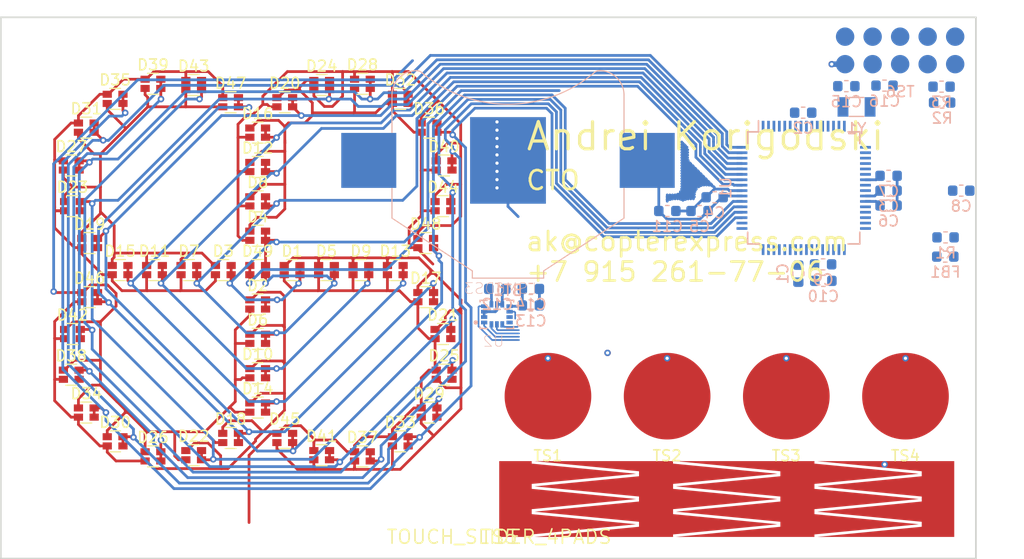
<source format=kicad_pcb>
(kicad_pcb (version 20171130) (host pcbnew 5.0.2+dfsg1-1~bpo9+1)
  (layers (0 F.Cu signal) (31 B.Cu signal) (34 B.Paste user hide) (35 F.Paste user) (36 B.SilkS user hide) (37 F.SilkS user hide) (38 B.Mask user hide) (39 F.Mask user hide) (44 Edge.Cuts user))
  (net 0 "")
  (net 1 LED_K0)
  (net 2 LED_K1)
  (net 3 LED_A0)
  (net 4 LED_K3)
  (net 5 LED_K2)
  (net 6 LED_K4)
  (net 7 LED_K5)
  (net 8 LED_K7)
  (net 9 LED_K6)
  (net 10 LED_K8)
  (net 11 LED_A1)
  (net 12 LED_A2)
  (net 13 LED_A3)
  (net 14 LED_A4)
  (net 15 LED_A5)
  (net 16 LED_A6)
  (net 17 LED_A7)
  (net 18 LED_A8)
  (net 19 VDD)
  (net 20 N$2)
  (net 21 MCU_AVDD)
  (net 22 GND)
  (net 23 N$7)
  (net 24 N$6)
  (net 25 N$13)
  (net 26 N$14)
  (net 27 N$5)
  (net 28 N$19)
  (net 29 N$20)
  (net 30 N$16)
  (net 31 N$15)
  (net 32 N$17)
  (net 33 N$18)
  (net 34 N$12)
  (net 35 N$11)
  (net 36 TOUCH_PAD0)
  (net 37 N$1)
  (net 38 TOUCH_PAD1)
  (net 39 TOUCH_PAD2)
  (net 40 TOUCH_PAD3)
  (net 41 N$21)
  (net 42 N$22)
  (net 43 N$23)
  (net 44 N$24)
  (net 45 N$8)
  (net 46 N$10)
  (net 47 N$9)
  (net 48 N$25)
  (net 49 N$26)
  (net 50 LED_K9)
  (net 51 LED_K10)
  (net 52 LED_K11)
  (module footprints:LED_DUAL_0606 (layer F.Cu) (at 126.884 103.351)
    (fp_text reference D1 (at 0 -1.75) (layer F.SilkS))
    (fp_text value LED_Dual_AACC)
    (pad 3 smd rect (at 0.725 -0.425) (size 0.85 0.65) (layers F.Cu F.Paste F.Mask) (net 1 LED_K0))
    (pad 4 smd rect (at 0.725 0.425) (size 0.85 0.65) (layers F.Cu F.Paste F.Mask) (net 1 LED_K0))
    (pad 2 smd rect (at -0.725 0.425) (size 0.85 0.65) (layers F.Cu F.Paste F.Mask) (net 11 LED_A1))
    (pad 1 smd rect (at -0.725 -0.425) (size 0.85 0.65) (layers F.Cu F.Paste F.Mask) (net 3 LED_A0))
  )
  (module footprints:LED_DUAL_0606 (layer F.Cu) (at 123.709 106.526)
    (fp_text reference D2 (at 0 -1.75) (layer F.SilkS))
    (fp_text value LED_Dual_AACC)
    (pad 3 smd rect (at 0.725 -0.425) (size 0.85 0.65) (layers F.Cu F.Paste F.Mask) (net 1 LED_K0))
    (pad 4 smd rect (at 0.725 0.425) (size 0.85 0.65) (layers F.Cu F.Paste F.Mask) (net 1 LED_K0))
    (pad 2 smd rect (at -0.725 0.425) (size 0.85 0.65) (layers F.Cu F.Paste F.Mask) (net 13 LED_A3))
    (pad 1 smd rect (at -0.725 -0.425) (size 0.85 0.65) (layers F.Cu F.Paste F.Mask) (net 12 LED_A2))
  )
  (module footprints:LED_DUAL_0606 (layer F.Cu) (at 120.534 103.351)
    (fp_text reference D3 (at 0 -1.75) (layer F.SilkS))
    (fp_text value LED_Dual_AACC)
    (pad 3 smd rect (at 0.725 -0.425) (size 0.85 0.65) (layers F.Cu F.Paste F.Mask) (net 1 LED_K0))
    (pad 4 smd rect (at 0.725 0.425) (size 0.85 0.65) (layers F.Cu F.Paste F.Mask) (net 1 LED_K0))
    (pad 2 smd rect (at -0.725 0.425) (size 0.85 0.65) (layers F.Cu F.Paste F.Mask) (net 15 LED_A5))
    (pad 1 smd rect (at -0.725 -0.425) (size 0.85 0.65) (layers F.Cu F.Paste F.Mask) (net 14 LED_A4))
  )
  (module footprints:LED_DUAL_0606 (layer F.Cu) (at 123.709 100.176)
    (fp_text reference D4 (at 0 -1.75) (layer F.SilkS))
    (fp_text value LED_Dual_AACC)
    (pad 3 smd rect (at 0.725 -0.425) (size 0.85 0.65) (layers F.Cu F.Paste F.Mask) (net 1 LED_K0))
    (pad 4 smd rect (at 0.725 0.425) (size 0.85 0.65) (layers F.Cu F.Paste F.Mask) (net 1 LED_K0))
    (pad 2 smd rect (at -0.725 0.425) (size 0.85 0.65) (layers F.Cu F.Paste F.Mask) (net 17 LED_A7))
    (pad 1 smd rect (at -0.725 -0.425) (size 0.85 0.65) (layers F.Cu F.Paste F.Mask) (net 16 LED_A6))
  )
  (module footprints:LED_DUAL_0606 (layer F.Cu) (at 130.059 103.351)
    (fp_text reference D5 (at 0 -1.75) (layer F.SilkS))
    (fp_text value LED_Dual_AACC)
    (pad 3 smd rect (at 0.725 -0.425) (size 0.85 0.65) (layers F.Cu F.Paste F.Mask) (net 2 LED_K1))
    (pad 4 smd rect (at 0.725 0.425) (size 0.85 0.65) (layers F.Cu F.Paste F.Mask) (net 2 LED_K1))
    (pad 2 smd rect (at -0.725 0.425) (size 0.85 0.65) (layers F.Cu F.Paste F.Mask) (net 11 LED_A1))
    (pad 1 smd rect (at -0.725 -0.425) (size 0.85 0.65) (layers F.Cu F.Paste F.Mask) (net 3 LED_A0))
  )
  (module footprints:LED_DUAL_0606 (layer F.Cu) (at 123.709 109.701)
    (fp_text reference D6 (at 0 -1.75) (layer F.SilkS))
    (fp_text value LED_Dual_AACC)
    (pad 3 smd rect (at 0.725 -0.425) (size 0.85 0.65) (layers F.Cu F.Paste F.Mask) (net 2 LED_K1))
    (pad 4 smd rect (at 0.725 0.425) (size 0.85 0.65) (layers F.Cu F.Paste F.Mask) (net 2 LED_K1))
    (pad 2 smd rect (at -0.725 0.425) (size 0.85 0.65) (layers F.Cu F.Paste F.Mask) (net 13 LED_A3))
    (pad 1 smd rect (at -0.725 -0.425) (size 0.85 0.65) (layers F.Cu F.Paste F.Mask) (net 12 LED_A2))
  )
  (module footprints:LED_DUAL_0606 (layer F.Cu) (at 117.359 103.351)
    (fp_text reference D7 (at 0 -1.75) (layer F.SilkS))
    (fp_text value LED_Dual_AACC)
    (pad 3 smd rect (at 0.725 -0.425) (size 0.85 0.65) (layers F.Cu F.Paste F.Mask) (net 2 LED_K1))
    (pad 4 smd rect (at 0.725 0.425) (size 0.85 0.65) (layers F.Cu F.Paste F.Mask) (net 2 LED_K1))
    (pad 2 smd rect (at -0.725 0.425) (size 0.85 0.65) (layers F.Cu F.Paste F.Mask) (net 15 LED_A5))
    (pad 1 smd rect (at -0.725 -0.425) (size 0.85 0.65) (layers F.Cu F.Paste F.Mask) (net 14 LED_A4))
  )
  (module footprints:LED_DUAL_0606 (layer F.Cu) (at 123.709 97.001)
    (fp_text reference D8 (at 0 -1.75) (layer F.SilkS))
    (fp_text value LED_Dual_AACC)
    (pad 3 smd rect (at 0.725 -0.425) (size 0.85 0.65) (layers F.Cu F.Paste F.Mask) (net 2 LED_K1))
    (pad 4 smd rect (at 0.725 0.425) (size 0.85 0.65) (layers F.Cu F.Paste F.Mask) (net 2 LED_K1))
    (pad 2 smd rect (at -0.725 0.425) (size 0.85 0.65) (layers F.Cu F.Paste F.Mask) (net 17 LED_A7))
    (pad 1 smd rect (at -0.725 -0.425) (size 0.85 0.65) (layers F.Cu F.Paste F.Mask) (net 16 LED_A6))
  )
  (module footprints:LED_DUAL_0606 (layer F.Cu) (at 133.234 103.351)
    (fp_text reference D9 (at 0 -1.75) (layer F.SilkS))
    (fp_text value LED_Dual_AACC)
    (pad 3 smd rect (at 0.725 -0.425) (size 0.85 0.65) (layers F.Cu F.Paste F.Mask) (net 5 LED_K2))
    (pad 4 smd rect (at 0.725 0.425) (size 0.85 0.65) (layers F.Cu F.Paste F.Mask) (net 5 LED_K2))
    (pad 2 smd rect (at -0.725 0.425) (size 0.85 0.65) (layers F.Cu F.Paste F.Mask) (net 11 LED_A1))
    (pad 1 smd rect (at -0.725 -0.425) (size 0.85 0.65) (layers F.Cu F.Paste F.Mask) (net 3 LED_A0))
  )
  (module footprints:LED_DUAL_0606 (layer F.Cu) (at 123.709 112.875999)
    (fp_text reference D10 (at 0 -1.75) (layer F.SilkS))
    (fp_text value LED_Dual_AACC)
    (pad 3 smd rect (at 0.725 -0.425) (size 0.85 0.65) (layers F.Cu F.Paste F.Mask) (net 5 LED_K2))
    (pad 4 smd rect (at 0.725 0.425) (size 0.85 0.65) (layers F.Cu F.Paste F.Mask) (net 5 LED_K2))
    (pad 2 smd rect (at -0.725 0.425) (size 0.85 0.65) (layers F.Cu F.Paste F.Mask) (net 13 LED_A3))
    (pad 1 smd rect (at -0.725 -0.425) (size 0.85 0.65) (layers F.Cu F.Paste F.Mask) (net 12 LED_A2))
  )
  (module footprints:LED_DUAL_0606 (layer F.Cu) (at 114.184 103.351)
    (fp_text reference D11 (at 0 -1.75) (layer F.SilkS))
    (fp_text value LED_Dual_AACC)
    (pad 3 smd rect (at 0.725 -0.425) (size 0.85 0.65) (layers F.Cu F.Paste F.Mask) (net 5 LED_K2))
    (pad 4 smd rect (at 0.725 0.425) (size 0.85 0.65) (layers F.Cu F.Paste F.Mask) (net 5 LED_K2))
    (pad 2 smd rect (at -0.725 0.425) (size 0.85 0.65) (layers F.Cu F.Paste F.Mask) (net 15 LED_A5))
    (pad 1 smd rect (at -0.725 -0.425) (size 0.85 0.65) (layers F.Cu F.Paste F.Mask) (net 14 LED_A4))
  )
  (module footprints:LED_DUAL_0606 (layer F.Cu) (at 123.709 93.826)
    (fp_text reference D12 (at 0 -1.75) (layer F.SilkS))
    (fp_text value LED_Dual_AACC)
    (pad 3 smd rect (at 0.725 -0.425) (size 0.85 0.65) (layers F.Cu F.Paste F.Mask) (net 5 LED_K2))
    (pad 4 smd rect (at 0.725 0.425) (size 0.85 0.65) (layers F.Cu F.Paste F.Mask) (net 5 LED_K2))
    (pad 2 smd rect (at -0.725 0.425) (size 0.85 0.65) (layers F.Cu F.Paste F.Mask) (net 17 LED_A7))
    (pad 1 smd rect (at -0.725 -0.425) (size 0.85 0.65) (layers F.Cu F.Paste F.Mask) (net 16 LED_A6))
  )
  (module footprints:LED_DUAL_0606 (layer F.Cu) (at 136.409 103.351)
    (fp_text reference D13 (at 0 -1.75) (layer F.SilkS))
    (fp_text value LED_Dual_AACC)
    (pad 3 smd rect (at 0.725 -0.425) (size 0.85 0.65) (layers F.Cu F.Paste F.Mask) (net 4 LED_K3))
    (pad 4 smd rect (at 0.725 0.425) (size 0.85 0.65) (layers F.Cu F.Paste F.Mask) (net 4 LED_K3))
    (pad 2 smd rect (at -0.725 0.425) (size 0.85 0.65) (layers F.Cu F.Paste F.Mask) (net 11 LED_A1))
    (pad 1 smd rect (at -0.725 -0.425) (size 0.85 0.65) (layers F.Cu F.Paste F.Mask) (net 3 LED_A0))
  )
  (module footprints:LED_DUAL_0606 (layer F.Cu) (at 123.709 116.051)
    (fp_text reference D14 (at 0 -1.75) (layer F.SilkS))
    (fp_text value LED_Dual_AACC)
    (pad 3 smd rect (at 0.725 -0.425) (size 0.85 0.65) (layers F.Cu F.Paste F.Mask) (net 4 LED_K3))
    (pad 4 smd rect (at 0.725 0.425) (size 0.85 0.65) (layers F.Cu F.Paste F.Mask) (net 4 LED_K3))
    (pad 2 smd rect (at -0.725 0.425) (size 0.85 0.65) (layers F.Cu F.Paste F.Mask) (net 13 LED_A3))
    (pad 1 smd rect (at -0.725 -0.425) (size 0.85 0.65) (layers F.Cu F.Paste F.Mask) (net 12 LED_A2))
  )
  (module footprints:LED_DUAL_0606 (layer F.Cu) (at 111.009 103.351)
    (fp_text reference D15 (at 0 -1.75) (layer F.SilkS))
    (fp_text value LED_Dual_AACC)
    (pad 3 smd rect (at 0.725 -0.425) (size 0.85 0.65) (layers F.Cu F.Paste F.Mask) (net 4 LED_K3))
    (pad 4 smd rect (at 0.725 0.425) (size 0.85 0.65) (layers F.Cu F.Paste F.Mask) (net 4 LED_K3))
    (pad 2 smd rect (at -0.725 0.425) (size 0.85 0.65) (layers F.Cu F.Paste F.Mask) (net 15 LED_A5))
    (pad 1 smd rect (at -0.725 -0.425) (size 0.85 0.65) (layers F.Cu F.Paste F.Mask) (net 14 LED_A4))
  )
  (module footprints:LED_DUAL_0606 (layer F.Cu) (at 123.709 90.651)
    (fp_text reference D16 (at 0 -1.75) (layer F.SilkS))
    (fp_text value LED_Dual_AACC)
    (pad 3 smd rect (at 0.725 -0.425) (size 0.85 0.65) (layers F.Cu F.Paste F.Mask) (net 4 LED_K3))
    (pad 4 smd rect (at 0.725 0.425) (size 0.85 0.65) (layers F.Cu F.Paste F.Mask) (net 4 LED_K3))
    (pad 2 smd rect (at -0.725 0.425) (size 0.85 0.65) (layers F.Cu F.Paste F.Mask) (net 17 LED_A7))
    (pad 1 smd rect (at -0.725 -0.425) (size 0.85 0.65) (layers F.Cu F.Paste F.Mask) (net 16 LED_A6))
  )
  (module footprints:LED_DUAL_0606 (layer F.Cu) (at 139.217852 105.850666)
    (fp_text reference D17 (at 0 -1.75) (layer F.SilkS))
    (fp_text value LED_Dual_AACC)
    (pad 3 smd rect (at 0.725 -0.425) (size 0.85 0.65) (layers F.Cu F.Paste F.Mask) (net 6 LED_K4))
    (pad 4 smd rect (at 0.725 0.425) (size 0.85 0.65) (layers F.Cu F.Paste F.Mask) (net 6 LED_K4))
    (pad 2 smd rect (at -0.725 0.425) (size 0.85 0.65) (layers F.Cu F.Paste F.Mask) (net 11 LED_A1))
    (pad 1 smd rect (at -0.725 -0.425) (size 0.85 0.65) (layers F.Cu F.Paste F.Mask) (net 3 LED_A0))
  )
  (module footprints:LED_DUAL_0606 (layer F.Cu) (at 121.209333 118.859852)
    (fp_text reference D18 (at 0 -1.75) (layer F.SilkS))
    (fp_text value LED_Dual_AACC)
    (pad 3 smd rect (at 0.725 -0.425) (size 0.85 0.65) (layers F.Cu F.Paste F.Mask) (net 6 LED_K4))
    (pad 4 smd rect (at 0.725 0.425) (size 0.85 0.65) (layers F.Cu F.Paste F.Mask) (net 6 LED_K4))
    (pad 2 smd rect (at -0.725 0.425) (size 0.85 0.65) (layers F.Cu F.Paste F.Mask) (net 13 LED_A3))
    (pad 1 smd rect (at -0.725 -0.425) (size 0.85 0.65) (layers F.Cu F.Paste F.Mask) (net 12 LED_A2))
  )
  (module footprints:LED_DUAL_0606 (layer F.Cu) (at 108.200147 100.851333)
    (fp_text reference D19 (at 0 -1.75) (layer F.SilkS))
    (fp_text value LED_Dual_AACC)
    (pad 3 smd rect (at 0.725 -0.425) (size 0.85 0.65) (layers F.Cu F.Paste F.Mask) (net 6 LED_K4))
    (pad 4 smd rect (at 0.725 0.425) (size 0.85 0.65) (layers F.Cu F.Paste F.Mask) (net 6 LED_K4))
    (pad 2 smd rect (at -0.725 0.425) (size 0.85 0.65) (layers F.Cu F.Paste F.Mask) (net 15 LED_A5))
    (pad 1 smd rect (at -0.725 -0.425) (size 0.85 0.65) (layers F.Cu F.Paste F.Mask) (net 14 LED_A4))
  )
  (module footprints:LED_DUAL_0606 (layer F.Cu) (at 126.208666 87.842147)
    (fp_text reference D20 (at 0 -1.75) (layer F.SilkS))
    (fp_text value LED_Dual_AACC)
    (pad 3 smd rect (at 0.725 -0.425) (size 0.85 0.65) (layers F.Cu F.Paste F.Mask) (net 6 LED_K4))
    (pad 4 smd rect (at 0.725 0.425) (size 0.85 0.65) (layers F.Cu F.Paste F.Mask) (net 6 LED_K4))
    (pad 2 smd rect (at -0.725 0.425) (size 0.85 0.65) (layers F.Cu F.Paste F.Mask) (net 17 LED_A7))
    (pad 1 smd rect (at -0.725 -0.425) (size 0.85 0.65) (layers F.Cu F.Paste F.Mask) (net 16 LED_A6))
  )
  (module footprints:LED_DUAL_0606 (layer F.Cu) (at 140.806919 109.258431)
    (fp_text reference D21 (at 0 -1.75) (layer F.SilkS))
    (fp_text value LED_Dual_AACC)
    (pad 3 smd rect (at 0.725 -0.425) (size 0.85 0.65) (layers F.Cu F.Paste F.Mask) (net 7 LED_K5))
    (pad 4 smd rect (at 0.725 0.425) (size 0.85 0.65) (layers F.Cu F.Paste F.Mask) (net 7 LED_K5))
    (pad 2 smd rect (at -0.725 0.425) (size 0.85 0.65) (layers F.Cu F.Paste F.Mask) (net 11 LED_A1))
    (pad 1 smd rect (at -0.725 -0.425) (size 0.85 0.65) (layers F.Cu F.Paste F.Mask) (net 3 LED_A0))
  )
  (module footprints:LED_DUAL_0606 (layer F.Cu) (at 117.801568 120.448919)
    (fp_text reference D22 (at 0 -1.75) (layer F.SilkS))
    (fp_text value LED_Dual_AACC)
    (pad 3 smd rect (at 0.725 -0.425) (size 0.85 0.65) (layers F.Cu F.Paste F.Mask) (net 7 LED_K5))
    (pad 4 smd rect (at 0.725 0.425) (size 0.85 0.65) (layers F.Cu F.Paste F.Mask) (net 7 LED_K5))
    (pad 2 smd rect (at -0.725 0.425) (size 0.85 0.65) (layers F.Cu F.Paste F.Mask) (net 13 LED_A3))
    (pad 1 smd rect (at -0.725 -0.425) (size 0.85 0.65) (layers F.Cu F.Paste F.Mask) (net 12 LED_A2))
  )
  (module footprints:LED_DUAL_0606 (layer F.Cu) (at 106.61108 97.443568)
    (fp_text reference D23 (at 0 -1.75) (layer F.SilkS))
    (fp_text value LED_Dual_AACC)
    (pad 3 smd rect (at 0.725 -0.425) (size 0.85 0.65) (layers F.Cu F.Paste F.Mask) (net 7 LED_K5))
    (pad 4 smd rect (at 0.725 0.425) (size 0.85 0.65) (layers F.Cu F.Paste F.Mask) (net 7 LED_K5))
    (pad 2 smd rect (at -0.725 0.425) (size 0.85 0.65) (layers F.Cu F.Paste F.Mask) (net 15 LED_A5))
    (pad 1 smd rect (at -0.725 -0.425) (size 0.85 0.65) (layers F.Cu F.Paste F.Mask) (net 14 LED_A4))
  )
  (module footprints:LED_DUAL_0606 (layer F.Cu) (at 129.616431 86.25308)
    (fp_text reference D24 (at 0 -1.75) (layer F.SilkS))
    (fp_text value LED_Dual_AACC)
    (pad 3 smd rect (at 0.725 -0.425) (size 0.85 0.65) (layers F.Cu F.Paste F.Mask) (net 7 LED_K5))
    (pad 4 smd rect (at 0.725 0.425) (size 0.85 0.65) (layers F.Cu F.Paste F.Mask) (net 7 LED_K5))
    (pad 2 smd rect (at -0.725 0.425) (size 0.85 0.65) (layers F.Cu F.Paste F.Mask) (net 17 LED_A7))
    (pad 1 smd rect (at -0.725 -0.425) (size 0.85 0.65) (layers F.Cu F.Paste F.Mask) (net 16 LED_A6))
  )
  (module footprints:LED_DUAL_0606 (layer F.Cu) (at 140.916279 113.016892)
    (fp_text reference D25 (at 0 -1.75) (layer F.SilkS))
    (fp_text value LED_Dual_AACC)
    (pad 3 smd rect (at 0.725 -0.425) (size 0.85 0.65) (layers F.Cu F.Paste F.Mask) (net 9 LED_K6))
    (pad 4 smd rect (at 0.725 0.425) (size 0.85 0.65) (layers F.Cu F.Paste F.Mask) (net 9 LED_K6))
    (pad 2 smd rect (at -0.725 0.425) (size 0.85 0.65) (layers F.Cu F.Paste F.Mask) (net 3 LED_A0))
    (pad 1 smd rect (at -0.725 -0.425) (size 0.85 0.65) (layers F.Cu F.Paste F.Mask) (net 11 LED_A1))
  )
  (module footprints:LED_DUAL_0606 (layer F.Cu) (at 114.043107 120.558279)
    (fp_text reference D26 (at 0 -1.75) (layer F.SilkS))
    (fp_text value LED_Dual_AACC)
    (pad 3 smd rect (at 0.725 -0.425) (size 0.85 0.65) (layers F.Cu F.Paste F.Mask) (net 9 LED_K6))
    (pad 4 smd rect (at 0.725 0.425) (size 0.85 0.65) (layers F.Cu F.Paste F.Mask) (net 9 LED_K6))
    (pad 2 smd rect (at -0.725 0.425) (size 0.85 0.65) (layers F.Cu F.Paste F.Mask) (net 12 LED_A2))
    (pad 1 smd rect (at -0.725 -0.425) (size 0.85 0.65) (layers F.Cu F.Paste F.Mask) (net 13 LED_A3))
  )
  (module footprints:LED_DUAL_0606 (layer F.Cu) (at 106.50172 93.685107)
    (fp_text reference D27 (at 0 -1.75) (layer F.SilkS))
    (fp_text value LED_Dual_AACC)
    (pad 3 smd rect (at 0.725 -0.425) (size 0.85 0.65) (layers F.Cu F.Paste F.Mask) (net 9 LED_K6))
    (pad 4 smd rect (at 0.725 0.425) (size 0.85 0.65) (layers F.Cu F.Paste F.Mask) (net 9 LED_K6))
    (pad 2 smd rect (at -0.725 0.425) (size 0.85 0.65) (layers F.Cu F.Paste F.Mask) (net 14 LED_A4))
    (pad 1 smd rect (at -0.725 -0.425) (size 0.85 0.65) (layers F.Cu F.Paste F.Mask) (net 15 LED_A5))
  )
  (module footprints:LED_DUAL_0606 (layer F.Cu) (at 133.374892 86.14372)
    (fp_text reference D28 (at 0 -1.75) (layer F.SilkS))
    (fp_text value LED_Dual_AACC)
    (pad 3 smd rect (at 0.725 -0.425) (size 0.85 0.65) (layers F.Cu F.Paste F.Mask) (net 9 LED_K6))
    (pad 4 smd rect (at 0.725 0.425) (size 0.85 0.65) (layers F.Cu F.Paste F.Mask) (net 9 LED_K6))
    (pad 2 smd rect (at -0.725 0.425) (size 0.85 0.65) (layers F.Cu F.Paste F.Mask) (net 16 LED_A6))
    (pad 1 smd rect (at -0.725 -0.425) (size 0.85 0.65) (layers F.Cu F.Paste F.Mask) (net 17 LED_A7))
  )
  (module footprints:LED_DUAL_0606 (layer F.Cu) (at 139.528045 116.511287)
    (fp_text reference D29 (at 0 -1.75) (layer F.SilkS))
    (fp_text value LED_Dual_AACC)
    (pad 3 smd rect (at 0.725 -0.425) (size 0.85 0.65) (layers F.Cu F.Paste F.Mask) (net 8 LED_K7))
    (pad 4 smd rect (at 0.725 0.425) (size 0.85 0.65) (layers F.Cu F.Paste F.Mask) (net 8 LED_K7))
    (pad 2 smd rect (at -0.725 0.425) (size 0.85 0.65) (layers F.Cu F.Paste F.Mask) (net 3 LED_A0))
    (pad 1 smd rect (at -0.725 -0.425) (size 0.85 0.65) (layers F.Cu F.Paste F.Mask) (net 11 LED_A1))
  )
  (module footprints:LED_DUAL_0606 (layer F.Cu) (at 110.548712 119.170045)
    (fp_text reference D30 (at 0 -1.75) (layer F.SilkS))
    (fp_text value LED_Dual_AACC)
    (pad 3 smd rect (at 0.725 -0.425) (size 0.85 0.65) (layers F.Cu F.Paste F.Mask) (net 8 LED_K7))
    (pad 4 smd rect (at 0.725 0.425) (size 0.85 0.65) (layers F.Cu F.Paste F.Mask) (net 8 LED_K7))
    (pad 2 smd rect (at -0.725 0.425) (size 0.85 0.65) (layers F.Cu F.Paste F.Mask) (net 12 LED_A2))
    (pad 1 smd rect (at -0.725 -0.425) (size 0.85 0.65) (layers F.Cu F.Paste F.Mask) (net 13 LED_A3))
  )
  (module footprints:LED_DUAL_0606 (layer F.Cu) (at 107.889954 90.190712)
    (fp_text reference D31 (at 0 -1.75) (layer F.SilkS))
    (fp_text value LED_Dual_AACC)
    (pad 3 smd rect (at 0.725 -0.425) (size 0.85 0.65) (layers F.Cu F.Paste F.Mask) (net 8 LED_K7))
    (pad 4 smd rect (at 0.725 0.425) (size 0.85 0.65) (layers F.Cu F.Paste F.Mask) (net 8 LED_K7))
    (pad 2 smd rect (at -0.725 0.425) (size 0.85 0.65) (layers F.Cu F.Paste F.Mask) (net 14 LED_A4))
    (pad 1 smd rect (at -0.725 -0.425) (size 0.85 0.65) (layers F.Cu F.Paste F.Mask) (net 15 LED_A5))
  )
  (module footprints:LED_DUAL_0606 (layer F.Cu) (at 136.869287 87.531954)
    (fp_text reference D32 (at 0 -1.75) (layer F.SilkS))
    (fp_text value LED_Dual_AACC)
    (pad 3 smd rect (at 0.725 -0.425) (size 0.85 0.65) (layers F.Cu F.Paste F.Mask) (net 8 LED_K7))
    (pad 4 smd rect (at 0.725 0.425) (size 0.85 0.65) (layers F.Cu F.Paste F.Mask) (net 8 LED_K7))
    (pad 2 smd rect (at -0.725 0.425) (size 0.85 0.65) (layers F.Cu F.Paste F.Mask) (net 16 LED_A6))
    (pad 1 smd rect (at -0.725 -0.425) (size 0.85 0.65) (layers F.Cu F.Paste F.Mask) (net 17 LED_A7))
  )
  (module footprints:LED_DUAL_0606 (layer F.Cu) (at 136.869287 119.170045)
    (fp_text reference D33 (at 0 -1.75) (layer F.SilkS))
    (fp_text value LED_Dual_AACC)
    (pad 3 smd rect (at 0.725 -0.425) (size 0.85 0.65) (layers F.Cu F.Paste F.Mask) (net 10 LED_K8))
    (pad 4 smd rect (at 0.725 0.425) (size 0.85 0.65) (layers F.Cu F.Paste F.Mask) (net 10 LED_K8))
    (pad 2 smd rect (at -0.725 0.425) (size 0.85 0.65) (layers F.Cu F.Paste F.Mask) (net 3 LED_A0))
    (pad 1 smd rect (at -0.725 -0.425) (size 0.85 0.65) (layers F.Cu F.Paste F.Mask) (net 11 LED_A1))
  )
  (module footprints:LED_DUAL_0606 (layer F.Cu) (at 107.889954 116.511287)
    (fp_text reference D34 (at 0 -1.75) (layer F.SilkS))
    (fp_text value LED_Dual_AACC)
    (pad 3 smd rect (at 0.725 -0.425) (size 0.85 0.65) (layers F.Cu F.Paste F.Mask) (net 10 LED_K8))
    (pad 4 smd rect (at 0.725 0.425) (size 0.85 0.65) (layers F.Cu F.Paste F.Mask) (net 10 LED_K8))
    (pad 2 smd rect (at -0.725 0.425) (size 0.85 0.65) (layers F.Cu F.Paste F.Mask) (net 12 LED_A2))
    (pad 1 smd rect (at -0.725 -0.425) (size 0.85 0.65) (layers F.Cu F.Paste F.Mask) (net 13 LED_A3))
  )
  (module footprints:LED_DUAL_0606 (layer F.Cu) (at 110.548712 87.531954)
    (fp_text reference D35 (at 0 -1.75) (layer F.SilkS))
    (fp_text value LED_Dual_AACC)
    (pad 3 smd rect (at 0.725 -0.425) (size 0.85 0.65) (layers F.Cu F.Paste F.Mask) (net 10 LED_K8))
    (pad 4 smd rect (at 0.725 0.425) (size 0.85 0.65) (layers F.Cu F.Paste F.Mask) (net 10 LED_K8))
    (pad 2 smd rect (at -0.725 0.425) (size 0.85 0.65) (layers F.Cu F.Paste F.Mask) (net 14 LED_A4))
    (pad 1 smd rect (at -0.725 -0.425) (size 0.85 0.65) (layers F.Cu F.Paste F.Mask) (net 15 LED_A5))
  )
  (module footprints:LED_DUAL_0606 (layer F.Cu) (at 139.528045 90.190712)
    (fp_text reference D36 (at 0 -1.75) (layer F.SilkS))
    (fp_text value LED_Dual_AACC)
    (pad 3 smd rect (at 0.725 -0.425) (size 0.85 0.65) (layers F.Cu F.Paste F.Mask) (net 10 LED_K8))
    (pad 4 smd rect (at 0.725 0.425) (size 0.85 0.65) (layers F.Cu F.Paste F.Mask) (net 10 LED_K8))
    (pad 2 smd rect (at -0.725 0.425) (size 0.85 0.65) (layers F.Cu F.Paste F.Mask) (net 16 LED_A6))
    (pad 1 smd rect (at -0.725 -0.425) (size 0.85 0.65) (layers F.Cu F.Paste F.Mask) (net 17 LED_A7))
  )
  (module footprints:LED_DUAL_0606 (layer F.Cu) (at 133.374892 120.558279)
    (fp_text reference D37 (at 0 -1.75) (layer F.SilkS))
    (fp_text value LED_Dual_AACC)
    (pad 3 smd rect (at 0.725 -0.425) (size 0.85 0.65) (layers F.Cu F.Paste F.Mask) (net 50 LED_K9))
    (pad 4 smd rect (at 0.725 0.425) (size 0.85 0.65) (layers F.Cu F.Paste F.Mask) (net 50 LED_K9))
    (pad 2 smd rect (at -0.725 0.425) (size 0.85 0.65) (layers F.Cu F.Paste F.Mask) (net 3 LED_A0))
    (pad 1 smd rect (at -0.725 -0.425) (size 0.85 0.65) (layers F.Cu F.Paste F.Mask) (net 11 LED_A1))
  )
  (module footprints:LED_DUAL_0606 (layer F.Cu) (at 106.50172 113.016892)
    (fp_text reference D38 (at 0 -1.75) (layer F.SilkS))
    (fp_text value LED_Dual_AACC)
    (pad 3 smd rect (at 0.725 -0.425) (size 0.85 0.65) (layers F.Cu F.Paste F.Mask) (net 50 LED_K9))
    (pad 4 smd rect (at 0.725 0.425) (size 0.85 0.65) (layers F.Cu F.Paste F.Mask) (net 50 LED_K9))
    (pad 2 smd rect (at -0.725 0.425) (size 0.85 0.65) (layers F.Cu F.Paste F.Mask) (net 12 LED_A2))
    (pad 1 smd rect (at -0.725 -0.425) (size 0.85 0.65) (layers F.Cu F.Paste F.Mask) (net 13 LED_A3))
  )
  (module footprints:LED_DUAL_0606 (layer F.Cu) (at 114.043107 86.14372)
    (fp_text reference D39 (at 0 -1.75) (layer F.SilkS))
    (fp_text value LED_Dual_AACC)
    (pad 3 smd rect (at 0.725 -0.425) (size 0.85 0.65) (layers F.Cu F.Paste F.Mask) (net 50 LED_K9))
    (pad 4 smd rect (at 0.725 0.425) (size 0.85 0.65) (layers F.Cu F.Paste F.Mask) (net 50 LED_K9))
    (pad 2 smd rect (at -0.725 0.425) (size 0.85 0.65) (layers F.Cu F.Paste F.Mask) (net 14 LED_A4))
    (pad 1 smd rect (at -0.725 -0.425) (size 0.85 0.65) (layers F.Cu F.Paste F.Mask) (net 15 LED_A5))
  )
  (module footprints:LED_DUAL_0606 (layer F.Cu) (at 140.916279 93.685107)
    (fp_text reference D40 (at 0 -1.75) (layer F.SilkS))
    (fp_text value LED_Dual_AACC)
    (pad 3 smd rect (at 0.725 -0.425) (size 0.85 0.65) (layers F.Cu F.Paste F.Mask) (net 50 LED_K9))
    (pad 4 smd rect (at 0.725 0.425) (size 0.85 0.65) (layers F.Cu F.Paste F.Mask) (net 50 LED_K9))
    (pad 2 smd rect (at -0.725 0.425) (size 0.85 0.65) (layers F.Cu F.Paste F.Mask) (net 16 LED_A6))
    (pad 1 smd rect (at -0.725 -0.425) (size 0.85 0.65) (layers F.Cu F.Paste F.Mask) (net 17 LED_A7))
  )
  (module footprints:LED_DUAL_0606 (layer F.Cu) (at 129.616431 120.448919)
    (fp_text reference D41 (at 0 -1.75) (layer F.SilkS))
    (fp_text value LED_Dual_AACC)
    (pad 3 smd rect (at 0.725 -0.425) (size 0.85 0.65) (layers F.Cu F.Paste F.Mask) (net 51 LED_K10))
    (pad 4 smd rect (at 0.725 0.425) (size 0.85 0.65) (layers F.Cu F.Paste F.Mask) (net 51 LED_K10))
    (pad 2 smd rect (at -0.725 0.425) (size 0.85 0.65) (layers F.Cu F.Paste F.Mask) (net 3 LED_A0))
    (pad 1 smd rect (at -0.725 -0.425) (size 0.85 0.65) (layers F.Cu F.Paste F.Mask) (net 11 LED_A1))
  )
  (module footprints:LED_DUAL_0606 (layer F.Cu) (at 106.61108 109.258431)
    (fp_text reference D42 (at 0 -1.75) (layer F.SilkS))
    (fp_text value LED_Dual_AACC)
    (pad 3 smd rect (at 0.725 -0.425) (size 0.85 0.65) (layers F.Cu F.Paste F.Mask) (net 51 LED_K10))
    (pad 4 smd rect (at 0.725 0.425) (size 0.85 0.65) (layers F.Cu F.Paste F.Mask) (net 51 LED_K10))
    (pad 2 smd rect (at -0.725 0.425) (size 0.85 0.65) (layers F.Cu F.Paste F.Mask) (net 12 LED_A2))
    (pad 1 smd rect (at -0.725 -0.425) (size 0.85 0.65) (layers F.Cu F.Paste F.Mask) (net 13 LED_A3))
  )
  (module footprints:LED_DUAL_0606 (layer F.Cu) (at 117.801568 86.25308)
    (fp_text reference D43 (at 0 -1.75) (layer F.SilkS))
    (fp_text value LED_Dual_AACC)
    (pad 3 smd rect (at 0.725 -0.425) (size 0.85 0.65) (layers F.Cu F.Paste F.Mask) (net 51 LED_K10))
    (pad 4 smd rect (at 0.725 0.425) (size 0.85 0.65) (layers F.Cu F.Paste F.Mask) (net 51 LED_K10))
    (pad 2 smd rect (at -0.725 0.425) (size 0.85 0.65) (layers F.Cu F.Paste F.Mask) (net 14 LED_A4))
    (pad 1 smd rect (at -0.725 -0.425) (size 0.85 0.65) (layers F.Cu F.Paste F.Mask) (net 15 LED_A5))
  )
  (module footprints:LED_DUAL_0606 (layer F.Cu) (at 140.806919 97.443568)
    (fp_text reference D44 (at 0 -1.75) (layer F.SilkS))
    (fp_text value LED_Dual_AACC)
    (pad 3 smd rect (at 0.725 -0.425) (size 0.85 0.65) (layers F.Cu F.Paste F.Mask) (net 51 LED_K10))
    (pad 4 smd rect (at 0.725 0.425) (size 0.85 0.65) (layers F.Cu F.Paste F.Mask) (net 51 LED_K10))
    (pad 2 smd rect (at -0.725 0.425) (size 0.85 0.65) (layers F.Cu F.Paste F.Mask) (net 16 LED_A6))
    (pad 1 smd rect (at -0.725 -0.425) (size 0.85 0.65) (layers F.Cu F.Paste F.Mask) (net 17 LED_A7))
  )
  (module footprints:LED_DUAL_0606 (layer F.Cu) (at 126.208666 118.859852)
    (fp_text reference D45 (at 0 -1.75) (layer F.SilkS))
    (fp_text value LED_Dual_AACC)
    (pad 3 smd rect (at 0.725 -0.425) (size 0.85 0.65) (layers F.Cu F.Paste F.Mask) (net 52 LED_K11))
    (pad 4 smd rect (at 0.725 0.425) (size 0.85 0.65) (layers F.Cu F.Paste F.Mask) (net 52 LED_K11))
    (pad 2 smd rect (at -0.725 0.425) (size 0.85 0.65) (layers F.Cu F.Paste F.Mask) (net 3 LED_A0))
    (pad 1 smd rect (at -0.725 -0.425) (size 0.85 0.65) (layers F.Cu F.Paste F.Mask) (net 11 LED_A1))
  )
  (module footprints:LED_DUAL_0606 (layer F.Cu) (at 108.200147 105.850666)
    (fp_text reference D46 (at 0 -1.75) (layer F.SilkS))
    (fp_text value LED_Dual_AACC)
    (pad 3 smd rect (at 0.725 -0.425) (size 0.85 0.65) (layers F.Cu F.Paste F.Mask) (net 52 LED_K11))
    (pad 4 smd rect (at 0.725 0.425) (size 0.85 0.65) (layers F.Cu F.Paste F.Mask) (net 52 LED_K11))
    (pad 2 smd rect (at -0.725 0.425) (size 0.85 0.65) (layers F.Cu F.Paste F.Mask) (net 12 LED_A2))
    (pad 1 smd rect (at -0.725 -0.425) (size 0.85 0.65) (layers F.Cu F.Paste F.Mask) (net 13 LED_A3))
  )
  (module footprints:LED_DUAL_0606 (layer F.Cu) (at 121.209333 87.842147)
    (fp_text reference D47 (at 0 -1.75) (layer F.SilkS))
    (fp_text value LED_Dual_AACC)
    (pad 3 smd rect (at 0.725 -0.425) (size 0.85 0.65) (layers F.Cu F.Paste F.Mask) (net 52 LED_K11))
    (pad 4 smd rect (at 0.725 0.425) (size 0.85 0.65) (layers F.Cu F.Paste F.Mask) (net 52 LED_K11))
    (pad 2 smd rect (at -0.725 0.425) (size 0.85 0.65) (layers F.Cu F.Paste F.Mask) (net 14 LED_A4))
    (pad 1 smd rect (at -0.725 -0.425) (size 0.85 0.65) (layers F.Cu F.Paste F.Mask) (net 15 LED_A5))
  )
  (module footprints:LED_DUAL_0606 (layer F.Cu) (at 139.217852 100.851333)
    (fp_text reference D48 (at 0 -1.75) (layer F.SilkS))
    (fp_text value LED_Dual_AACC)
    (pad 3 smd rect (at 0.725 -0.425) (size 0.85 0.65) (layers F.Cu F.Paste F.Mask) (net 52 LED_K11))
    (pad 4 smd rect (at 0.725 0.425) (size 0.85 0.65) (layers F.Cu F.Paste F.Mask) (net 52 LED_K11))
    (pad 2 smd rect (at -0.725 0.425) (size 0.85 0.65) (layers F.Cu F.Paste F.Mask) (net 16 LED_A6))
    (pad 1 smd rect (at -0.725 -0.425) (size 0.85 0.65) (layers F.Cu F.Paste F.Mask) (net 17 LED_A7))
  )
  (module footprints:LED_DUAL_0606 (layer F.Cu) (at 123.709 103.351)
    (fp_text reference D49 (at 0 -1.75) (layer F.SilkS))
    (fp_text value LED_Dual_AACC)
    (pad 3 smd rect (at 0.725 -0.425) (size 0.85 0.65) (layers F.Cu F.Paste F.Mask) (net 1 LED_K0))
    (pad 4 smd rect (at 0.725 0.425) (size 0.85 0.65) (layers F.Cu F.Paste F.Mask) (net 2 LED_K1))
    (pad 2 smd rect (at -0.725 0.425) (size 0.85 0.65) (layers F.Cu F.Paste F.Mask) (net 18 LED_A8))
    (pad 1 smd rect (at -0.725 -0.425) (size 0.85 0.65) (layers F.Cu F.Paste F.Mask) (net 18 LED_A8))
  )
  (module Inductor_SMD:L_0603_1608Metric (layer B.Cu) (at 187.1725 102.108)
    (fp_text reference FB1 (at 0 1.43) (layer B.SilkS) (effects (justify mirror)))
    (fp_text value Ferrite_Bead_Small)
    (pad 2 smd roundrect (at 0.7875 0) (size 0.875 0.95) (layers B.Cu B.Paste B.Mask) (net 20 N$2))
    (pad 1 smd roundrect (at -0.7875 0) (size 0.875 0.95) (layers B.Cu B.Paste B.Mask) (net 19 VDD))
  )
  (module Resistor_SMD:R_0603_1608Metric (layer B.Cu) (at 187.1979 100.33)
    (fp_text reference R1 (at 0 1.43) (layer B.SilkS) (effects (justify mirror)))
    (fp_text value 1)
    (pad 2 smd roundrect (at 0.7875 0) (size 0.875 0.95) (layers B.Cu B.Paste B.Mask) (net 21 MCU_AVDD))
    (pad 1 smd roundrect (at -0.7875 0) (size 0.875 0.95) (layers B.Cu B.Paste B.Mask) (net 20 N$2))
  )
  (module Package_QFP:LQFP-64_10x10mm_P0.5mm (layer B.Cu) (at 174.10708 95.75756 270)
    (fp_text reference U1 (at 0 7.2 270) (layer B.SilkS) (effects (justify mirror)))
    (fp_text value EFM32LG232F64)
    (pad 64 smd rect (at -3.75 5.7 180) (size 1 0.25) (layers B.Cu B.Paste B.Mask) (net 8 LED_K7))
    (pad 63 smd rect (at -3.25 5.7 180) (size 1 0.25) (layers B.Cu B.Paste B.Mask) (net 9 LED_K6))
    (pad 62 smd rect (at -2.75 5.7 180) (size 1 0.25) (layers B.Cu B.Paste B.Mask) (net 7 LED_K5))
    (pad 61 smd rect (at -2.25 5.7 180) (size 1 0.25) (layers B.Cu B.Paste B.Mask) (net 6 LED_K4))
    (pad 60 smd rect (at -1.75 5.7 180) (size 1 0.25) (layers B.Cu B.Paste B.Mask) (net 4 LED_K3))
    (pad 59 smd rect (at -1.25 5.7 180) (size 1 0.25) (layers B.Cu B.Paste B.Mask) (net 5 LED_K2))
    (pad 58 smd rect (at -0.75 5.7 180) (size 1 0.25) (layers B.Cu B.Paste B.Mask) (net 2 LED_K1))
    (pad 57 smd rect (at -0.25 5.7 180) (size 1 0.25) (layers B.Cu B.Paste B.Mask) (net 1 LED_K0))
    (pad 56 smd rect (at 0.25 5.7 180) (size 1 0.25) (layers B.Cu B.Paste B.Mask) (net 22 GND))
    (pad 55 smd rect (at 0.75 5.7 180) (size 1 0.25) (layers B.Cu B.Paste B.Mask) (net 19 VDD))
    (pad 54 smd rect (at 1.25 5.7 180) (size 1 0.25) (layers B.Cu B.Paste B.Mask) (net 52 LED_K11))
    (pad 53 smd rect (at 1.75 5.7 180) (size 1 0.25) (layers B.Cu B.Paste B.Mask) (net 51 LED_K10))
    (pad 52 smd rect (at 2.25 5.7 180) (size 1 0.25) (layers B.Cu B.Paste B.Mask) (net 50 LED_K9))
    (pad 51 smd rect (at 2.75 5.7 180) (size 1 0.25) (layers B.Cu B.Paste B.Mask) (net 10 LED_K8))
    (pad 50 smd rect (at 3.25 5.7 180) (size 1 0.25) (layers B.Cu B.Paste B.Mask) (net 47 N$9))
    (pad 49 smd rect (at 3.75 5.7 180) (size 1 0.25) (layers B.Cu B.Paste B.Mask) (net 46 N$10))
    (pad 48 smd rect (at 5.7 3.75 270) (size 1 0.25) (layers B.Cu B.Paste B.Mask) (net 45 N$8))
    (pad 47 smd rect (at 5.7 3.25 270) (size 1 0.25) (layers B.Cu B.Paste B.Mask) (net 41 N$21))
    (pad 46 smd rect (at 5.7 2.75 270) (size 1 0.25) (layers B.Cu B.Paste B.Mask) (net 42 N$22))
    (pad 45 smd rect (at 5.7 2.25 270) (size 1 0.25) (layers B.Cu B.Paste B.Mask) (net 43 N$23))
    (pad 44 smd rect (at 5.7 1.75 270) (size 1 0.25) (layers B.Cu B.Paste B.Mask) (net 44 N$24))
    (pad 43 smd rect (at 5.7 1.25 270) (size 1 0.25) (layers B.Cu B.Paste B.Mask) (net 40 TOUCH_PAD3))
    (pad 42 smd rect (at 5.7 0.75 270) (size 1 0.25) (layers B.Cu B.Paste B.Mask) (net 39 TOUCH_PAD2))
    (pad 41 smd rect (at 5.7 0.25 270) (size 1 0.25) (layers B.Cu B.Paste B.Mask) (net 38 TOUCH_PAD1))
    (pad 40 smd rect (at 5.7 -0.25 270) (size 1 0.25) (layers B.Cu B.Paste B.Mask) (net 37 N$1))
    (pad 39 smd rect (at 5.7 -0.75 270) (size 1 0.25) (layers B.Cu B.Paste B.Mask) (net 19 VDD))
    (pad 38 smd rect (at 5.7 -1.25 270) (size 1 0.25) (layers B.Cu B.Paste B.Mask) (net 22 GND))
    (pad 37 smd rect (at 5.7 -1.75 270) (size 1 0.25) (layers B.Cu B.Paste B.Mask) (net 36 TOUCH_PAD0))
    (pad 36 smd rect (at 5.7 -2.25 270) (size 1 0.25) (layers B.Cu B.Paste B.Mask) (net 22 GND))
    (pad 35 smd rect (at 5.7 -2.75 270) (size 1 0.25) (layers B.Cu B.Paste B.Mask) (net 35 N$11))
    (pad 34 smd rect (at 5.7 -3.25 270) (size 1 0.25) (layers B.Cu B.Paste B.Mask) (net 34 N$12))
    (pad 33 smd rect (at 5.7 -3.75 270) (size 1 0.25) (layers B.Cu B.Paste B.Mask) (net 22 GND))
    (pad 32 smd rect (at 3.75 -5.7 180) (size 1 0.25) (layers B.Cu B.Paste B.Mask) (net 22 GND))
    (pad 31 smd rect (at 3.25 -5.7 180) (size 1 0.25) (layers B.Cu B.Paste B.Mask) (net 30 N$16))
    (pad 30 smd rect (at 2.75 -5.7 180) (size 1 0.25) (layers B.Cu B.Paste B.Mask) (net 31 N$15))
    (pad 29 smd rect (at 2.25 -5.7 180) (size 1 0.25) (layers B.Cu B.Paste B.Mask) (net 25 N$13))
    (pad 28 smd rect (at 1.75 -5.7 180) (size 1 0.25) (layers B.Cu B.Paste B.Mask) (net 26 N$14))
    (pad 27 smd rect (at 1.25 -5.7 180) (size 1 0.25) (layers B.Cu B.Paste B.Mask) (net 21 MCU_AVDD))
    (pad 26 smd rect (at 0.75 -5.7 180) (size 1 0.25) (layers B.Cu B.Paste B.Mask) (net 19 VDD))
    (pad 25 smd rect (at 0.25 -5.7 180) (size 1 0.25) (layers B.Cu B.Paste B.Mask) (net 33 N$18))
    (pad 24 smd rect (at -0.25 -5.7 180) (size 1 0.25) (layers B.Cu B.Paste B.Mask) (net 32 N$17))
    (pad 23 smd rect (at -0.75 -5.7 180) (size 1 0.25) (layers B.Cu B.Paste B.Mask) (net 21 MCU_AVDD))
    (pad 22 smd rect (at -1.25 -5.7 180) (size 1 0.25) (layers B.Cu B.Paste B.Mask) (net 22 GND))
    (pad 21 smd rect (at -1.75 -5.7 180) (size 1 0.25) (layers B.Cu B.Paste B.Mask) (net 22 GND))
    (pad 20 smd rect (at -2.25 -5.7 180) (size 1 0.25) (layers B.Cu B.Paste B.Mask) (net 27 N$5))
    (pad 19 smd rect (at -2.75 -5.7 180) (size 1 0.25) (layers B.Cu B.Paste B.Mask) (net 18 LED_A8))
    (pad 18 smd rect (at -3.25 -5.7 180) (size 1 0.25) (layers B.Cu B.Paste B.Mask) (net 17 LED_A7))
    (pad 17 smd rect (at -3.75 -5.7 180) (size 1 0.25) (layers B.Cu B.Paste B.Mask) (net 16 LED_A6))
    (pad 16 smd rect (at -5.7 -3.75 270) (size 1 0.25) (layers B.Cu B.Paste B.Mask) (net 29 N$20))
    (pad 15 smd rect (at -5.7 -3.25 270) (size 1 0.25) (layers B.Cu B.Paste B.Mask) (net 28 N$19))
    (pad 14 smd rect (at -5.7 -2.75 270) (size 1 0.25) (layers B.Cu B.Paste B.Mask) (net 49 N$26))
    (pad 13 smd rect (at -5.7 -2.25 270) (size 1 0.25) (layers B.Cu B.Paste B.Mask) (net 48 N$25))
    (pad 12 smd rect (at -5.7 -1.75 270) (size 1 0.25) (layers B.Cu B.Paste B.Mask) (net 22 GND))
    (pad 11 smd rect (at -5.7 -1.25 270) (size 1 0.25) (layers B.Cu B.Paste B.Mask) (net 22 GND))
    (pad 10 smd rect (at -5.7 -0.75 270) (size 1 0.25) (layers B.Cu B.Paste B.Mask) (net 24 N$6))
    (pad 9 smd rect (at -5.7 -0.25 270) (size 1 0.25) (layers B.Cu B.Paste B.Mask) (net 23 N$7))
    (pad 8 smd rect (at -5.7 0.25 270) (size 1 0.25) (layers B.Cu B.Paste B.Mask) (net 22 GND))
    (pad 7 smd rect (at -5.7 0.75 270) (size 1 0.25) (layers B.Cu B.Paste B.Mask) (net 19 VDD))
    (pad 6 smd rect (at -5.7 1.25 270) (size 1 0.25) (layers B.Cu B.Paste B.Mask) (net 15 LED_A5))
    (pad 5 smd rect (at -5.7 1.75 270) (size 1 0.25) (layers B.Cu B.Paste B.Mask) (net 14 LED_A4))
    (pad 4 smd rect (at -5.7 2.25 270) (size 1 0.25) (layers B.Cu B.Paste B.Mask) (net 13 LED_A3))
    (pad 3 smd rect (at -5.7 2.75 270) (size 1 0.25) (layers B.Cu B.Paste B.Mask) (net 12 LED_A2))
    (pad 2 smd rect (at -5.7 3.25 270) (size 1 0.25) (layers B.Cu B.Paste B.Mask) (net 11 LED_A1))
    (pad 1 smd rect (at -5.7 3.75 270) (size 1 0.25) (layers B.Cu B.Paste B.Mask) (net 3 LED_A0))
  )
  (module Crystal:Crystal_SMD_3215-2Pin_3.2x1.5mm (layer B.Cu) (at 178.98142 88.2777)
    (fp_text reference Y1 (at 0 2) (layer B.SilkS) (effects (justify mirror)))
    (fp_text value 32768Hz)
    (pad 1 smd rect (at -1.25 0) (size 1 1.8) (layers B.Cu B.Paste B.Mask) (net 28 N$19))
    (pad 2 smd rect (at 1.25 0) (size 1 1.8) (layers B.Cu B.Paste B.Mask) (net 29 N$20))
  )
  (module Capacitor_SMD:C_0603_1608Metric (layer B.Cu) (at 173.609 103.6829 270)
    (fp_text reference C1 (at 0 1.43 270) (layer B.SilkS) (effects (justify mirror)))
    (fp_text value 1uF)
    (pad 2 smd roundrect (at 0.7875 0 270) (size 0.875 0.95) (layers B.Cu B.Paste B.Mask) (net 22 GND))
    (pad 1 smd roundrect (at -0.7875 0 270) (size 0.875 0.95) (layers B.Cu B.Paste B.Mask) (net 37 N$1))
  )
  (module Capacitor_SMD:C_0603_1608Metric (layer B.Cu) (at 181.9403 96.012)
    (fp_text reference C3 (at 0 1.43) (layer B.SilkS) (effects (justify mirror)))
    (fp_text value 0.1uF)
    (pad 2 smd roundrect (at 0.7875 0) (size 0.875 0.95) (layers B.Cu B.Paste B.Mask) (net 22 GND))
    (pad 1 smd roundrect (at -0.7875 0) (size 0.875 0.95) (layers B.Cu B.Paste B.Mask) (net 19 VDD))
  )
  (module Capacitor_SMD:C_0603_1608Metric (layer B.Cu) (at 165.8874 96.6216)
    (fp_text reference C4 (at 0 1.43) (layer B.SilkS) (effects (justify mirror)))
    (fp_text value 0.1uF)
    (pad 1 smd roundrect (at 0.7875 0) (size 0.875 0.95) (layers B.Cu B.Paste B.Mask) (net 19 VDD))
    (pad 2 smd roundrect (at -0.7875 0) (size 0.875 0.95) (layers B.Cu B.Paste B.Mask) (net 22 GND))
  )
  (module Capacitor_SMD:C_0603_1608Metric (layer B.Cu) (at 164.4904 97.8916)
    (fp_text reference C5 (at 0 1.43) (layer B.SilkS) (effects (justify mirror)))
    (fp_text value 10uF)
    (pad 1 smd roundrect (at 0.7875 0) (size 0.875 0.95) (layers B.Cu B.Paste B.Mask) (net 19 VDD))
    (pad 2 smd roundrect (at -0.7875 0) (size 0.875 0.95) (layers B.Cu B.Paste B.Mask) (net 22 GND))
  )
  (module Capacitor_SMD:C_0603_1608Metric (layer B.Cu) (at 181.9403 97.3836)
    (fp_text reference C6 (at 0 1.43) (layer B.SilkS) (effects (justify mirror)))
    (fp_text value 10nF)
    (pad 2 smd roundrect (at 0.7875 0) (size 0.875 0.95) (layers B.Cu B.Paste B.Mask) (net 22 GND))
    (pad 1 smd roundrect (at -0.7875 0) (size 0.875 0.95) (layers B.Cu B.Paste B.Mask) (net 21 MCU_AVDD))
  )
  (module Capacitor_SMD:C_0603_1608Metric (layer B.Cu) (at 181.9403 94.6404)
    (fp_text reference C7 (at 0 1.43) (layer B.SilkS) (effects (justify mirror)))
    (fp_text value 10nF)
    (pad 2 smd roundrect (at 0.7875 0) (size 0.875 0.95) (layers B.Cu B.Paste B.Mask) (net 22 GND))
    (pad 1 smd roundrect (at -0.7875 0) (size 0.875 0.95) (layers B.Cu B.Paste B.Mask) (net 21 MCU_AVDD))
  )
  (module Capacitor_SMD:C_0603_1608Metric (layer B.Cu) (at 188.6457 96.012)
    (fp_text reference C8 (at 0 1.43) (layer B.SilkS) (effects (justify mirror)))
    (fp_text value 10uF)
    (pad 2 smd roundrect (at 0.7875 0) (size 0.875 0.95) (layers B.Cu B.Paste B.Mask) (net 22 GND))
    (pad 1 smd roundrect (at -0.7875 0) (size 0.875 0.95) (layers B.Cu B.Paste B.Mask) (net 21 MCU_AVDD))
  )
  (module Capacitor_SMD:C_0603_1608Metric (layer B.Cu) (at 175.8949 102.8192)
    (fp_text reference C9 (at 0 1.43) (layer B.SilkS) (effects (justify mirror)))
    (fp_text value 0.1uF)
    (pad 2 smd roundrect (at 0.7875 0) (size 0.875 0.95) (layers B.Cu B.Paste B.Mask) (net 22 GND))
    (pad 1 smd roundrect (at -0.7875 0) (size 0.875 0.95) (layers B.Cu B.Paste B.Mask) (net 19 VDD))
  )
  (module Capacitor_SMD:C_0603_1608Metric (layer B.Cu) (at 175.9203 104.3432)
    (fp_text reference C10 (at 0 1.43) (layer B.SilkS) (effects (justify mirror)))
    (fp_text value 3.3uF)
    (pad 2 smd roundrect (at 0.7875 0) (size 0.875 0.95) (layers B.Cu B.Paste B.Mask) (net 22 GND))
    (pad 1 smd roundrect (at -0.7875 0) (size 0.875 0.95) (layers B.Cu B.Paste B.Mask) (net 19 VDD))
  )
  (module Capacitor_SMD:C_0603_1608Metric (layer B.Cu) (at 161.5185 97.8916)
    (fp_text reference C11 (at 0 1.43) (layer B.SilkS) (effects (justify mirror)))
    (fp_text value 100uF)
    (pad 2 smd roundrect (at 0.7875 0) (size 0.875 0.95) (layers B.Cu B.Paste B.Mask) (net 22 GND))
    (pad 1 smd roundrect (at -0.7875 0) (size 0.875 0.95) (layers B.Cu B.Paste B.Mask) (net 19 VDD))
  )
  (module Capacitor_SMD:C_0603_1608Metric (layer B.Cu) (at 145.8249 105.0896)
    (fp_text reference C12 (at 0 1.43) (layer B.SilkS) (effects (justify mirror)))
    (fp_text value 0.1uF)
    (pad 2 smd roundrect (at 0.7875 0) (size 0.875 0.95) (layers B.Cu B.Paste B.Mask) (net 22 GND))
    (pad 1 smd roundrect (at -0.7875 0) (size 0.875 0.95) (layers B.Cu B.Paste B.Mask) (net 19 VDD))
  )
  (module Capacitor_SMD:C_0603_1608Metric (layer B.Cu) (at 148.9239 106.6136)
    (fp_text reference C13 (at 0 1.43) (layer B.SilkS) (effects (justify mirror)))
    (fp_text value 0.1uF)
    (pad 2 smd roundrect (at 0.7875 0) (size 0.875 0.95) (layers B.Cu B.Paste B.Mask) (net 22 GND))
    (pad 1 smd roundrect (at -0.7875 0) (size 0.875 0.95) (layers B.Cu B.Paste B.Mask) (net 19 VDD))
  )
  (module Resistor_SMD:R_0603_1608Metric (layer B.Cu) (at 186.8799 87.8786)
    (fp_text reference R2 (at 0 1.43) (layer B.SilkS) (effects (justify mirror)))
    (fp_text value 0)
    (pad 2 smd roundrect (at 0.7875 0) (size 0.875 0.95) (layers B.Cu B.Paste B.Mask) (net 22 GND))
    (pad 1 smd roundrect (at -0.7875 0) (size 0.875 0.95) (layers B.Cu B.Paste B.Mask) (net 48 N$25))
  )
  (module Resistor_SMD:R_0603_1608Metric (layer B.Cu) (at 186.8292 86.4054)
    (fp_text reference R3 (at 0 1.43) (layer B.SilkS) (effects (justify mirror)))
    (fp_text value 0)
    (pad 2 smd roundrect (at 0.7875 0) (size 0.875 0.95) (layers B.Cu B.Paste B.Mask) (net 22 GND))
    (pad 1 smd roundrect (at -0.7875 0) (size 0.875 0.95) (layers B.Cu B.Paste B.Mask) (net 49 N$26))
  )
  (module footprints:LSM6DS3 (layer B.Cu) (at 145.7844 107.4416)
    (fp_text reference U2 (at -0.31031 2.48754) (layer B.SilkS) (effects (font (size 1.00102 1.00102) (thickness 0.05)) (justify mirror)))
    (fp_text value LSM6DS3 (at 0.325055 -2.39047) (layer B.SilkS) (effects (font (size 1.0002 1.0002) (thickness 0.05)) (justify mirror)))
    (pad 4 smd rect (at -1.175 -0.75 180) (size 0.58 0.35) (layers B.Cu B.Paste B.Mask) (net 32 N$17))
    (pad 3 smd rect (at -1.175 -0.25 180) (size 0.58 0.35) (layers B.Cu B.Paste B.Mask) (net 22 GND))
    (pad 2 smd rect (at -1.175 0.25 180) (size 0.58 0.35) (layers B.Cu B.Paste B.Mask) (net 22 GND))
    (pad 1 smd rect (at -1.175 0.75 180) (size 0.58 0.35) (layers B.Cu B.Paste B.Mask) (net 25 N$13))
    (pad 7 smd rect (at 0.5 -0.925 270) (size 0.58 0.35) (layers B.Cu B.Paste B.Mask) (net 22 GND))
    (pad 6 smd rect (at 0 -0.925 270) (size 0.58 0.35) (layers B.Cu B.Paste B.Mask) (net 22 GND))
    (pad 5 smd rect (at -0.5 -0.925 270) (size 0.58 0.35) (layers B.Cu B.Paste B.Mask) (net 19 VDD))
    (pad 8 smd rect (at 1.175 -0.75 180) (size 0.58 0.35) (layers B.Cu B.Paste B.Mask) (net 19 VDD))
    (pad 9 smd rect (at 1.175 -0.25 180) (size 0.58 0.35) (layers B.Cu B.Paste B.Mask) (net 33 N$18))
    (pad 10 smd rect (at 1.175 0.25 180) (size 0.58 0.35) (layers B.Cu B.Paste B.Mask))
    (pad 11 smd rect (at 1.175 0.75 180) (size 0.58 0.35) (layers B.Cu B.Paste B.Mask))
    (pad 12 smd rect (at 0.5 0.925 270) (size 0.58 0.35) (layers B.Cu B.Paste B.Mask) (net 30 N$16))
    (pad 13 smd rect (at 0 0.925 270) (size 0.58 0.35) (layers B.Cu B.Paste B.Mask) (net 31 N$15))
    (pad 14 smd rect (at -0.5 0.925 270) (size 0.58 0.35) (layers B.Cu B.Paste B.Mask) (net 26 N$14))
  )
  (module footprints:TouchPad_D8.0mm (layer F.Cu) (at 150.5 115)
    (fp_text reference TS1 (at 0 5.5) (layer F.SilkS))
    (fp_text value TOUCH_PAD)
    (pad 1 smd circle (at 0 0) (size 8 8) (layers F.Cu) (net 36 TOUCH_PAD0))
  )
  (module footprints:TouchPad_D8.0mm (layer F.Cu) (at 161.5 115)
    (fp_text reference TS2 (at 0 5.5) (layer F.SilkS))
    (fp_text value TOUCH_PAD)
    (pad 1 smd circle (at 0 0) (size 8 8) (layers F.Cu) (net 38 TOUCH_PAD1))
  )
  (module footprints:TouchPad_D8.0mm (layer F.Cu) (at 172.5 115)
    (fp_text reference TS3 (at 0 5.5) (layer F.SilkS))
    (fp_text value TOUCH_PAD)
    (pad 1 smd circle (at 0 0) (size 8 8) (layers F.Cu) (net 39 TOUCH_PAD2))
  )
  (module footprints:TouchPad_D8.0mm (layer F.Cu) (at 183.5 115)
    (fp_text reference TS4 (at 0 5.5) (layer F.SilkS))
    (fp_text value TOUCH_PAD)
    (pad 1 smd circle (at 0 0) (size 8 8) (layers F.Cu) (net 40 TOUCH_PAD3))
  )
  (module footprints:TestPoints_2x05_P2.54_D1.7 (layer B.Cu) (at 183.007 83.058)
    (fp_text reference TS6 (at 0 3.81) (layer B.SilkS) (effects (justify mirror)))
    (fp_text value POGO_10PADS)
    (pad 5 smd circle (at 0 -1.27) (size 1.7 1.7) (layers B.Cu B.Mask) (net 23 N$7))
    (pad 4 smd circle (at -2.54 1.27) (size 1.7 1.7) (layers B.Cu B.Mask) (net 24 N$6))
    (pad 3 smd circle (at -2.54 -1.27) (size 1.7 1.7) (layers B.Cu B.Mask) (net 27 N$5))
    (pad 2 smd circle (at -5.08 1.27) (size 1.7 1.7) (layers B.Cu B.Mask) (net 22 GND))
    (pad 1 smd circle (at -5.08 -1.27) (size 1.7 1.7) (layers B.Cu B.Mask) (net 19 VDD))
    (pad 10 smd circle (at 5.08 1.27) (size 1.7 1.7) (layers B.Cu B.Mask) (net 34 N$12))
    (pad 9 smd circle (at 5.08 -1.27) (size 1.7 1.7) (layers B.Cu B.Mask) (net 35 N$11))
    (pad 8 smd circle (at 2.54 1.27) (size 1.7 1.7) (layers B.Cu B.Mask) (net 46 N$10))
    (pad 7 smd circle (at 2.54 -1.27) (size 1.7 1.7) (layers B.Cu B.Mask) (net 47 N$9))
    (pad 6 smd circle (at 0 1.27) (size 1.7 1.7) (layers B.Cu B.Mask) (net 45 N$8))
  )
  (module footprints:BatteryHolder_Keystone_3026_1x2016 (layer B.Cu) (at 146.812 93.218)
    (fp_text reference BT1 (at 0 12) (layer B.SilkS) (effects (justify mirror)))
    (fp_text value Battery_Cell)
    (pad 2 smd rect (at 0 0) (size 7 8) (layers B.Cu B.Mask) (net 22 GND))
    (pad 1 smd rect (at 12.85 0) (size 5.08 5.08) (layers B.Cu B.Paste B.Mask) (net 19 VDD))
    (pad 1 smd rect (at -12.85 0) (size 5.08 5.08) (layers B.Cu B.Paste B.Mask) (net 19 VDD))
  )
  (module footprints:TouchSlider-4_42x7mm (layer F.Cu) (at 146 128)
    (fp_text reference TS5 (at 0 0) (layer F.SilkS) (effects (font (size 1.27 1.27))))
    (fp_text value TOUCH_SLIDER_4PADS (at 0 0) (layer F.SilkS) (effects (font (size 1.27 1.27))))
    (pad 1 smd custom (at 1.5 -3.5) (size 2.333333 2.333333) (layers F.Cu) (net 41 N$21) (options (clearance outline) (anchor circle)) (primitives (gr_poly (pts (xy -1.5 -3.5) (xy 1.5 -3.5) (xy 1.5 -3.270579) (xy 11.140237 -2.333333) (xy 1.5 -1.396088) (xy 1.5 -0.937245) (xy 11.140237 0) (xy 1.5 0.937245) (xy 1.5 1.396088) (xy 11.140237 2.333333) (xy 1.5 3.270579) (xy 1.5 3.5) (xy -1.5 3.5)) (width 0))))
    (pad 2 smd custom (at 14.476341 -3.5) (size 2.333333 2.333333) (layers F.Cu) (net 42 N$22) (options (clearance outline) (anchor circle)) (primitives (gr_poly (pts (xy -11.211214 -3.5) (xy -1.570978 -2.562755) (xy -1.570978 -2.103912) (xy -11.211214 -1.166667) (xy -1.570978 -0.229421) (xy -1.570978 0.229421) (xy -11.211214 1.166667) (xy -1.570978 2.103912) (xy -1.570978 2.562755) (xy -11.211214 3.5) (xy 1.570978 3.5) (xy 1.570978 3.270579) (xy 11.211214 2.333333) (xy 1.570978 1.396088) (xy 1.570978 0.937245) (xy 11.211214 0) (xy 1.570978 -0.937245) (xy 1.570978 -1.396088) (xy 11.211214 -2.333333) (xy 1.570978 -3.270579) (xy 1.570978 -3.5)) (width 0))))
    (pad 3 smd custom (at 27.523659 -3.5) (size 2.333333 2.333333) (layers F.Cu) (net 43 N$23) (options (clearance outline) (anchor circle)) (primitives (gr_poly (pts (xy -11.211214 -3.5) (xy -1.570978 -2.562755) (xy -1.570978 -2.103912) (xy -11.211214 -1.166667) (xy -1.570978 -0.229421) (xy -1.570978 0.229421) (xy -11.211214 1.166667) (xy -1.570978 2.103912) (xy -1.570978 2.562755) (xy -11.211214 3.5) (xy 1.570978 3.5) (xy 1.570978 3.270579) (xy 11.211214 2.333333) (xy 1.570978 1.396088) (xy 1.570978 0.937245) (xy 11.211214 0) (xy 1.570978 -0.937245) (xy 1.570978 -1.396088) (xy 11.211214 -2.333333) (xy 1.570978 -3.270579) (xy 1.570978 -3.5)) (width 0))))
    (pad 4 smd custom (at 40.5 -3.5) (size 2.333333 2.333333) (layers F.Cu) (net 44 N$24) (options (clearance outline) (anchor circle)) (primitives (gr_poly (pts (xy -11.140237 -3.5) (xy -1.5 -2.562755) (xy -1.5 -2.103912) (xy -11.140237 -1.166667) (xy -1.5 -0.229421) (xy -1.5 0.229421) (xy -11.140237 1.166667) (xy -1.5 2.103912) (xy -1.5 2.562755) (xy -11.140237 3.5) (xy 1.5 3.5) (xy 1.5 -3.5)) (width 0))))
  )
  (module Capacitor_SMD:C_0603_1608Metric (layer B.Cu) (at 174.0575 88.81)
    (fp_text reference C2 (at 0 1.43) (layer B.SilkS) (effects (justify mirror)))
    (fp_text value 0.1uF)
    (pad 1 smd roundrect (at -0.7875 0) (size 0.875 0.95) (layers B.Cu B.Paste B.Mask) (net 19 VDD))
    (pad 2 smd roundrect (at 0.7875 0) (size 0.875 0.95) (layers B.Cu B.Paste B.Mask) (net 22 GND))
  )
  (module Capacitor_SMD:C_0603_1608Metric (layer B.Cu) (at 148.9239 105.0896)
    (fp_text reference C14 (at 0 1.43) (layer B.SilkS) (effects (justify mirror)))
    (fp_text value 10uF)
    (pad 1 smd roundrect (at -0.7875 0) (size 0.875 0.95) (layers B.Cu B.Paste B.Mask) (net 19 VDD))
    (pad 2 smd roundrect (at 0.7875 0) (size 0.875 0.95) (layers B.Cu B.Paste B.Mask) (net 22 GND))
  )
  (module Capacitor_SMD:C_0603_1608Metric (layer B.Cu) (at 178.0414 86.36)
    (fp_text reference C15 (at 0 1.43) (layer B.SilkS) (effects (justify mirror)))
    (fp_text value 22pF)
    (pad 2 smd roundrect (at 0.7875 0) (size 0.875 0.95) (layers B.Cu B.Paste B.Mask) (net 22 GND))
    (pad 1 smd roundrect (at -0.7875 0) (size 0.875 0.95) (layers B.Cu B.Paste B.Mask) (net 28 N$19))
  )
  (module Capacitor_SMD:C_0603_1608Metric (layer B.Cu) (at 181.56418 86.3092)
    (fp_text reference C16 (at 0 1.43) (layer B.SilkS) (effects (justify mirror)))
    (fp_text value 22pF)
    (pad 1 smd roundrect (at -0.7875 0) (size 0.875 0.95) (layers B.Cu B.Paste B.Mask) (net 29 N$20))
    (pad 2 smd roundrect (at 0.7875 0) (size 0.875 0.95) (layers B.Cu B.Paste B.Mask) (net 22 GND))
  )
  (gr_line (start 100 130) (end 100 80) (layer Edge.Cuts) (width 0.15))
  (gr_line (start 190 130) (end 100 130) (layer Edge.Cuts) (width 0.15))
  (gr_line (start 190 80) (end 190 130) (layer Edge.Cuts) (width 0.15))
  (gr_line (start 100 80) (end 190 80) (layer Edge.Cuts) (width 0.15))
  (gr_text "CTO\n\nak@copterexpress.com\n+7 915 261-77-06" (at 148.344 99.29) (layer F.SilkS) (effects (font (size 1.75 1.75) (thickness 0.25)) (justify left)))
  (gr_text "Andrei Korigodski" (at 148.344 91) (layer F.SilkS) (effects (font (size 2.5 2.5) (thickness 0.3)) (justify left)))
  (via (at 181.57444 121.30024) (size 0.6) (drill 0.3) (layers F.Cu B.Cu) (net 44))
  (segment (start 124.434 99.751) (end 124.434 100.601) (width 0.254) (layer F.Cu) (net 1))
  (segment (start 121.259 102.926) (end 121.259 103.776) (width 0.254) (layer F.Cu) (net 1))
  (segment (start 127.609 102.926) (end 127.609 103.776) (width 0.254) (layer F.Cu) (net 1))
  (segment (start 124.434 106.101) (end 124.434 106.951) (width 0.254) (layer F.Cu) (net 1))
  (segment (start 125.4958 106.101) (end 125.5018 106.095) (width 0.254) (layer F.Cu) (net 1))
  (via (at 125.5018 106.095) (size 0.6) (drill 0.3) (layers F.Cu B.Cu) (net 1))
  (segment (start 124.434 106.101) (end 125.4958 106.101) (width 0.254) (layer F.Cu) (net 1))
  (segment (start 125.291 100.601) (end 125.451 100.761) (width 0.254) (layer F.Cu) (net 1))
  (via (at 125.451 100.761) (size 0.6) (drill 0.3) (layers F.Cu B.Cu) (net 1))
  (segment (start 124.434 100.601) (end 125.291 100.601) (width 0.254) (layer F.Cu) (net 1))
  (via (at 121.133 104.571) (size 0.6) (drill 0.3) (layers F.Cu B.Cu) (net 1))
  (segment (start 121.259 104.445) (end 121.133 104.571) (width 0.254) (layer F.Cu) (net 1))
  (segment (start 121.259 103.776) (end 121.259 104.445) (width 0.254) (layer F.Cu) (net 1))
  (via (at 127.483 104.571) (size 0.6) (drill 0.3) (layers F.Cu B.Cu) (net 1))
  (segment (start 127.609 104.445) (end 127.483 104.571) (width 0.254) (layer F.Cu) (net 1))
  (segment (start 127.609 103.776) (end 127.609 104.445) (width 0.254) (layer F.Cu) (net 1))
  (segment (start 124.434 102.926) (end 124.434 100.601) (width 0.254) (layer F.Cu) (net 1))
  (segment (start 125.959 106.095) (end 127.483 104.571) (width 0.254) (layer B.Cu) (net 1))
  (segment (start 125.5018 106.095) (end 125.959 106.095) (width 0.254) (layer B.Cu) (net 1))
  (segment (start 122.657 106.095) (end 121.133 104.571) (width 0.254) (layer B.Cu) (net 1))
  (segment (start 125.5018 106.095) (end 122.657 106.095) (width 0.254) (layer B.Cu) (net 1))
  (segment (start 124.943 100.761) (end 125.451 100.761) (width 0.254) (layer B.Cu) (net 1))
  (segment (start 121.133 104.571) (end 124.943 100.761) (width 0.254) (layer B.Cu) (net 1))
  (segment (start 168.417 95.508) (end 167.663 95.508) (width 0.254) (layer B.Cu) (net 1))
  (segment (start 167.663 95.508) (end 167.56901 95.41401) (width 0.254) (layer B.Cu) (net 1))
  (segment (start 167.56901 95.41401) (end 166.644722 95.41401) (width 0.254) (layer B.Cu) (net 1))
  (segment (start 166.644722 95.41401) (end 164.15793 92.927218) (width 0.254) (layer B.Cu) (net 1))
  (segment (start 158.76988 86.36195) (end 164.15793 91.75) (width 0.254) (layer B.Cu) (net 1))
  (segment (start 142.120536 86.36195) (end 158.76988 86.36195) (width 0.254) (layer B.Cu) (net 1))
  (segment (start 138.91298 89.569506) (end 142.120536 86.36195) (width 0.254) (layer B.Cu) (net 1))
  (segment (start 138.91298 99.08702) (end 138.91298 89.569506) (width 0.254) (layer B.Cu) (net 1))
  (segment (start 137.239 100.761) (end 138.91298 99.08702) (width 0.254) (layer B.Cu) (net 1))
  (segment (start 125.451 100.761) (end 137.239 100.761) (width 0.254) (layer B.Cu) (net 1))
  (segment (start 164.15793 92.927218) (end 164.15793 91.75) (width 0.254) (layer B.Cu) (net 1))
  (segment (start 130.784 102.926) (end 130.784 103.776) (width 0.254) (layer F.Cu) (net 2))
  (via (at 130.785 104.571) (size 0.6) (drill 0.3) (layers F.Cu B.Cu) (net 2))
  (segment (start 130.784 104.57) (end 130.785 104.571) (width 0.254) (layer F.Cu) (net 2))
  (segment (start 130.784 103.776) (end 130.784 104.57) (width 0.254) (layer F.Cu) (net 2))
  (segment (start 124.434 110.126) (end 124.434 109.276) (width 0.254) (layer F.Cu) (net 2))
  (via (at 125.451 109.143) (size 0.6) (drill 0.3) (layers F.Cu B.Cu) (net 2))
  (segment (start 125.318 109.276) (end 125.451 109.143) (width 0.254) (layer F.Cu) (net 2))
  (segment (start 124.434 109.276) (end 125.318 109.276) (width 0.254) (layer F.Cu) (net 2))
  (segment (start 124.434 96.576) (end 124.434 97.426) (width 0.254) (layer F.Cu) (net 2))
  (segment (start 118.084 102.926) (end 118.084 103.776) (width 0.254) (layer F.Cu) (net 2))
  (via (at 118.085 104.571) (size 0.6) (drill 0.3) (layers F.Cu B.Cu) (net 2))
  (segment (start 118.084 104.57) (end 118.085 104.571) (width 0.254) (layer F.Cu) (net 2))
  (segment (start 118.084 103.776) (end 118.084 104.57) (width 0.254) (layer F.Cu) (net 2))
  (via (at 124.435 104.571) (size 0.6) (drill 0.3) (layers F.Cu B.Cu) (net 2))
  (segment (start 124.434 104.57) (end 124.435 104.571) (width 0.254) (layer F.Cu) (net 2))
  (segment (start 124.434 103.776) (end 124.434 104.57) (width 0.254) (layer F.Cu) (net 2))
  (segment (start 122.657 109.143) (end 125.451 109.143) (width 0.254) (layer B.Cu) (net 2))
  (segment (start 118.085 104.571) (end 122.657 109.143) (width 0.254) (layer B.Cu) (net 2))
  (segment (start 126.213 109.143) (end 130.785 104.571) (width 0.254) (layer B.Cu) (net 2))
  (segment (start 125.451 109.143) (end 126.213 109.143) (width 0.254) (layer B.Cu) (net 2))
  (segment (start 130.485001 104.271001) (end 130.785 104.571) (width 0.254) (layer B.Cu) (net 2))
  (segment (start 130.103999 103.889999) (end 130.485001 104.271001) (width 0.254) (layer B.Cu) (net 2))
  (segment (start 125.116001 103.889999) (end 130.103999 103.889999) (width 0.254) (layer B.Cu) (net 2))
  (segment (start 124.435 104.571) (end 125.116001 103.889999) (width 0.254) (layer B.Cu) (net 2))
  (via (at 125.451 97.205) (size 0.6) (drill 0.3) (layers F.Cu B.Cu) (net 2))
  (segment (start 125.23 97.426) (end 125.451 97.205) (width 0.254) (layer F.Cu) (net 2))
  (segment (start 124.434 97.426) (end 125.23 97.426) (width 0.254) (layer F.Cu) (net 2))
  (segment (start 125.151001 97.504999) (end 118.085 104.571) (width 0.254) (layer B.Cu) (net 2))
  (segment (start 125.451 97.205) (end 125.151001 97.504999) (width 0.254) (layer B.Cu) (net 2))
  (segment (start 166.812896 95.008) (end 164.56394 92.759044) (width 0.254) (layer B.Cu) (net 2))
  (segment (start 168.417 95.008) (end 166.812896 95.008) (width 0.254) (layer B.Cu) (net 2))
  (segment (start 138.40497 95.59503) (end 138.40497 89.359082) (width 0.254) (layer B.Cu) (net 2))
  (segment (start 158.938054 85.95594) (end 164.56394 91.581826) (width 0.254) (layer B.Cu) (net 2))
  (segment (start 138.40497 89.359082) (end 141.808112 85.95594) (width 0.254) (layer B.Cu) (net 2))
  (segment (start 137.094999 96.905001) (end 138.40497 95.59503) (width 0.254) (layer B.Cu) (net 2))
  (segment (start 125.750999 96.905001) (end 137.094999 96.905001) (width 0.254) (layer B.Cu) (net 2))
  (segment (start 125.451 97.205) (end 125.750999 96.905001) (width 0.254) (layer B.Cu) (net 2))
  (segment (start 141.808112 85.95594) (end 158.938054 85.95594) (width 0.254) (layer B.Cu) (net 2))
  (segment (start 164.56394 92.759044) (end 164.56394 92) (width 0.254) (layer B.Cu) (net 2))
  (segment (start 164.56394 91.581826) (end 164.56394 92) (width 0.254) (layer B.Cu) (net 2))
  (segment (start 126.159 102.926) (end 126.259 102.926) (width 0.254) (layer F.Cu) (net 3))
  (segment (start 126.259 102.926) (end 126.965001 102.219999) (width 0.254) (layer F.Cu) (net 3))
  (segment (start 129.461001 102.219999) (end 129.515 102.219999) (width 0.254) (layer F.Cu) (net 3))
  (segment (start 129.334 102.347) (end 129.461001 102.219999) (width 0.254) (layer F.Cu) (net 3))
  (segment (start 132.563 102.293) (end 132.563 102.219999) (width 0.254) (layer F.Cu) (net 3))
  (segment (start 132.509 102.347) (end 132.563 102.293) (width 0.254) (layer F.Cu) (net 3))
  (segment (start 132.381999 102.219999) (end 132.309 102.219999) (width 0.254) (layer F.Cu) (net 3))
  (segment (start 132.509 102.347) (end 132.381999 102.219999) (width 0.254) (layer F.Cu) (net 3))
  (segment (start 129.515 102.219999) (end 132.309 102.219999) (width 0.254) (layer F.Cu) (net 3))
  (segment (start 132.309 102.219999) (end 132.563 102.219999) (width 0.254) (layer F.Cu) (net 3))
  (segment (start 129.206999 102.219999) (end 129.007 102.219999) (width 0.254) (layer F.Cu) (net 3))
  (segment (start 129.334 102.347) (end 129.206999 102.219999) (width 0.254) (layer F.Cu) (net 3))
  (segment (start 126.965001 102.219999) (end 129.007 102.219999) (width 0.254) (layer F.Cu) (net 3))
  (segment (start 129.334 102.926) (end 129.334 102.347) (width 0.254) (layer F.Cu) (net 3))
  (segment (start 129.007 102.219999) (end 129.515 102.219999) (width 0.254) (layer F.Cu) (net 3))
  (segment (start 132.509 102.347) (end 132.636001 102.219999) (width 0.254) (layer F.Cu) (net 3))
  (segment (start 132.509 102.926) (end 132.509 102.347) (width 0.254) (layer F.Cu) (net 3))
  (segment (start 132.563 102.219999) (end 132.817 102.219999) (width 0.254) (layer F.Cu) (net 3))
  (segment (start 132.636001 102.219999) (end 132.817 102.219999) (width 0.254) (layer F.Cu) (net 3))
  (segment (start 135.611 102.274) (end 135.611 102.219999) (width 0.254) (layer F.Cu) (net 3))
  (segment (start 135.684 102.347) (end 135.611 102.274) (width 0.254) (layer F.Cu) (net 3))
  (segment (start 132.817 102.219999) (end 135.611 102.219999) (width 0.254) (layer F.Cu) (net 3))
  (segment (start 135.811001 102.219999) (end 135.865 102.219999) (width 0.254) (layer F.Cu) (net 3))
  (segment (start 135.684 102.347) (end 135.811001 102.219999) (width 0.254) (layer F.Cu) (net 3))
  (segment (start 135.684 102.926) (end 135.684 102.347) (width 0.254) (layer F.Cu) (net 3))
  (segment (start 135.611 102.219999) (end 135.865 102.219999) (width 0.254) (layer F.Cu) (net 3))
  (segment (start 135.865 102.219999) (end 138.585881 102.219999) (width 0.254) (layer F.Cu) (net 3))
  (segment (start 139.784518 103.555) (end 139.920882 103.555) (width 0.254) (layer F.Cu) (net 3))
  (segment (start 138.492852 105.425666) (end 138.492852 104.846666) (width 0.254) (layer F.Cu) (net 3))
  (segment (start 141.023909 107.548209) (end 141.461118 107.111) (width 0.254) (layer F.Cu) (net 3))
  (segment (start 141.023909 107.991441) (end 141.023909 107.548209) (width 0.254) (layer F.Cu) (net 3))
  (segment (start 140.081919 108.833431) (end 140.181919 108.833431) (width 0.254) (layer F.Cu) (net 3))
  (segment (start 140.181919 108.833431) (end 141.023909 107.991441) (width 0.254) (layer F.Cu) (net 3))
  (segment (start 142.215 107.111) (end 142.469 106.857) (width 0.254) (layer F.Cu) (net 3))
  (segment (start 141.961 107.111) (end 142.215 107.111) (width 0.254) (layer F.Cu) (net 3))
  (segment (start 142.469 106.857) (end 142.469 107.111) (width 0.254) (layer F.Cu) (net 3))
  (segment (start 141.461118 107.111) (end 141.961 107.111) (width 0.254) (layer F.Cu) (net 3))
  (segment (start 141.961 107.111) (end 142.469 107.111) (width 0.254) (layer F.Cu) (net 3))
  (segment (start 142.469 106.103118) (end 142.469 106.857) (width 0.254) (layer F.Cu) (net 3))
  (segment (start 142.469 107.365) (end 142.215 107.111) (width 0.254) (layer F.Cu) (net 3))
  (segment (start 142.469 107.111) (end 142.469 107.365) (width 0.254) (layer F.Cu) (net 3))
  (segment (start 139.675 103.664518) (end 139.675 103.309118) (width 0.254) (layer F.Cu) (net 3))
  (segment (start 139.675 103.664518) (end 139.784518 103.555) (width 0.254) (layer F.Cu) (net 3))
  (segment (start 138.492852 104.846666) (end 139.675 103.664518) (width 0.254) (layer F.Cu) (net 3))
  (segment (start 138.585881 102.219999) (end 139.675 103.309118) (width 0.254) (layer F.Cu) (net 3))
  (segment (start 139.675 103.309118) (end 139.920882 103.555) (width 0.254) (layer F.Cu) (net 3))
  (segment (start 140.0304 103.664518) (end 140.183 103.817118) (width 0.254) (layer F.Cu) (net 3))
  (segment (start 139.675 103.664518) (end 140.0304 103.664518) (width 0.254) (layer F.Cu) (net 3))
  (segment (start 140.183 103.817118) (end 142.469 106.103118) (width 0.254) (layer F.Cu) (net 3))
  (segment (start 139.920882 103.555) (end 140.183 103.817118) (width 0.254) (layer F.Cu) (net 3))
  (segment (start 127.381815 121.762001) (end 125.483666 119.863852) (width 0.254) (layer F.Cu) (net 3))
  (segment (start 125.483666 119.863852) (end 125.483666 119.284852) (width 0.254) (layer F.Cu) (net 3))
  (segment (start 141.072387 114.223) (end 142.469 114.223) (width 0.254) (layer F.Cu) (net 3))
  (segment (start 140.291279 113.441892) (end 141.072387 114.223) (width 0.254) (layer F.Cu) (net 3))
  (segment (start 140.191279 113.441892) (end 140.291279 113.441892) (width 0.254) (layer F.Cu) (net 3))
  (segment (start 142.469 107.365) (end 142.469 114.223) (width 0.254) (layer F.Cu) (net 3))
  (segment (start 142.469 114.223) (end 142.469 116.156134) (width 0.254) (layer F.Cu) (net 3))
  (segment (start 139.929 118.641242) (end 139.929 118.696134) (width 0.254) (layer F.Cu) (net 3))
  (segment (start 138.803045 117.515287) (end 139.929 118.641242) (width 0.254) (layer F.Cu) (net 3))
  (segment (start 138.803045 116.936287) (end 138.803045 117.515287) (width 0.254) (layer F.Cu) (net 3))
  (segment (start 139.929 118.696134) (end 136.863133 121.762001) (width 0.254) (layer F.Cu) (net 3))
  (segment (start 142.469 116.156134) (end 139.929 118.696134) (width 0.254) (layer F.Cu) (net 3))
  (segment (start 136.144287 119.595045) (end 136.144287 121.736714) (width 0.254) (layer F.Cu) (net 3))
  (segment (start 136.144287 121.736714) (end 136.119 121.762001) (width 0.254) (layer F.Cu) (net 3))
  (segment (start 136.863133 121.762001) (end 136.119 121.762001) (width 0.254) (layer F.Cu) (net 3))
  (segment (start 132.649892 120.983279) (end 132.649892 121.562279) (width 0.254) (layer F.Cu) (net 3))
  (segment (start 132.649892 121.562279) (end 132.649892 121.594893) (width 0.254) (layer F.Cu) (net 3))
  (segment (start 132.817 121.762001) (end 132.563 121.762001) (width 0.254) (layer F.Cu) (net 3))
  (segment (start 136.119 121.762001) (end 132.817 121.762001) (width 0.254) (layer F.Cu) (net 3))
  (segment (start 132.649892 121.675109) (end 132.563 121.762001) (width 0.254) (layer F.Cu) (net 3))
  (segment (start 132.649892 121.562279) (end 132.649892 121.675109) (width 0.254) (layer F.Cu) (net 3))
  (segment (start 128.891431 121.646432) (end 129.007 121.762001) (width 0.254) (layer F.Cu) (net 3))
  (segment (start 128.891431 120.873919) (end 128.891431 121.646432) (width 0.254) (layer F.Cu) (net 3))
  (segment (start 129.007 121.762001) (end 127.381815 121.762001) (width 0.254) (layer F.Cu) (net 3))
  (segment (start 132.563 121.762001) (end 129.007 121.762001) (width 0.254) (layer F.Cu) (net 3))
  (segment (start 137.134 102.926) (end 137.134 103.776) (width 0.254) (layer F.Cu) (net 4))
  (via (at 137.135 104.571) (size 0.6) (drill 0.3) (layers F.Cu B.Cu) (net 4))
  (segment (start 137.134 104.57) (end 137.135 104.571) (width 0.254) (layer F.Cu) (net 4))
  (segment (start 137.134 103.776) (end 137.134 104.57) (width 0.254) (layer F.Cu) (net 4))
  (segment (start 124.434 116.476) (end 124.434 115.626) (width 0.254) (layer F.Cu) (net 4))
  (via (at 125.451 115.493) (size 0.6) (drill 0.3) (layers F.Cu B.Cu) (net 4))
  (segment (start 125.318 115.626) (end 125.451 115.493) (width 0.254) (layer F.Cu) (net 4))
  (segment (start 124.434 115.626) (end 125.318 115.626) (width 0.254) (layer F.Cu) (net 4))
  (segment (start 124.434 90.226) (end 124.434 91.076) (width 0.254) (layer F.Cu) (net 4))
  (segment (start 125.418 91.076) (end 125.451 91.109) (width 0.254) (layer F.Cu) (net 4))
  (via (at 125.451 91.109) (size 0.6) (drill 0.3) (layers F.Cu B.Cu) (net 4))
  (segment (start 124.434 91.076) (end 125.418 91.076) (width 0.254) (layer F.Cu) (net 4))
  (segment (start 111.734 102.926) (end 111.734 103.776) (width 0.254) (layer F.Cu) (net 4))
  (segment (start 126.213 115.493) (end 137.135 104.571) (width 0.254) (layer B.Cu) (net 4))
  (segment (start 125.451 115.493) (end 126.213 115.493) (width 0.254) (layer B.Cu) (net 4))
  (segment (start 111.734 104.316) (end 111.989 104.571) (width 0.254) (layer F.Cu) (net 4))
  (via (at 111.989 104.571) (size 0.6) (drill 0.3) (layers F.Cu B.Cu) (net 4))
  (segment (start 111.734 103.776) (end 111.734 104.316) (width 0.254) (layer F.Cu) (net 4))
  (segment (start 111.989 104.571) (end 125.451 91.109) (width 0.254) (layer B.Cu) (net 4))
  (segment (start 122.911 115.493) (end 111.989 104.571) (width 0.254) (layer B.Cu) (net 4))
  (segment (start 125.451 115.493) (end 122.911 115.493) (width 0.254) (layer B.Cu) (net 4))
  (segment (start 166.961264 94.008) (end 165.37596 92.422696) (width 0.254) (layer B.Cu) (net 4))
  (segment (start 168.417 94.008) (end 166.961264 94.008) (width 0.254) (layer B.Cu) (net 4))
  (segment (start 165.37596 91.245478) (end 165.37596 91.75) (width 0.254) (layer B.Cu) (net 4))
  (segment (start 159.274402 85.14392) (end 165.37596 91.245478) (width 0.254) (layer B.Cu) (net 4))
  (segment (start 137.758166 88.569018) (end 141.183264 85.14392) (width 0.254) (layer B.Cu) (net 4))
  (segment (start 136.285848 88.56902) (end 137.758166 88.569018) (width 0.254) (layer B.Cu) (net 4))
  (segment (start 125.451 91.109) (end 126.801999 89.758001) (width 0.254) (layer B.Cu) (net 4))
  (segment (start 141.183264 85.14392) (end 159.274402 85.14392) (width 0.254) (layer B.Cu) (net 4))
  (segment (start 135.096867 89.758001) (end 136.285848 88.56902) (width 0.254) (layer B.Cu) (net 4))
  (segment (start 126.801999 89.758001) (end 135.096867 89.758001) (width 0.254) (layer B.Cu) (net 4))
  (segment (start 165.37596 92.422696) (end 165.37596 91.75) (width 0.254) (layer B.Cu) (net 4))
  (segment (start 133.959 102.926) (end 133.959 103.776) (width 0.254) (layer F.Cu) (net 5))
  (via (at 133.833 104.571) (size 0.6) (drill 0.3) (layers F.Cu B.Cu) (net 5))
  (segment (start 133.959 104.445) (end 133.833 104.571) (width 0.254) (layer F.Cu) (net 5))
  (segment (start 133.959 103.776) (end 133.959 104.445) (width 0.254) (layer F.Cu) (net 5))
  (segment (start 124.434 113.300999) (end 124.434 112.450999) (width 0.254) (layer F.Cu) (net 5))
  (via (at 125.451 112.445) (size 0.6) (drill 0.3) (layers F.Cu B.Cu) (net 5))
  (segment (start 125.445001 112.450999) (end 125.451 112.445) (width 0.254) (layer F.Cu) (net 5))
  (segment (start 124.434 112.450999) (end 125.445001 112.450999) (width 0.254) (layer F.Cu) (net 5))
  (segment (start 124.434 93.401) (end 124.434 94.251) (width 0.254) (layer F.Cu) (net 5))
  (via (at 125.451 94.411) (size 0.6) (drill 0.3) (layers F.Cu B.Cu) (net 5))
  (segment (start 125.291 94.251) (end 125.451 94.411) (width 0.254) (layer F.Cu) (net 5))
  (segment (start 124.434 94.251) (end 125.291 94.251) (width 0.254) (layer F.Cu) (net 5))
  (segment (start 114.909 102.926) (end 114.909 103.776) (width 0.254) (layer F.Cu) (net 5))
  (via (at 114.783 104.571) (size 0.6) (drill 0.3) (layers F.Cu B.Cu) (net 5))
  (segment (start 114.909 104.445) (end 114.783 104.571) (width 0.254) (layer F.Cu) (net 5))
  (segment (start 114.909 103.776) (end 114.909 104.445) (width 0.254) (layer F.Cu) (net 5))
  (segment (start 125.959 112.445) (end 133.833 104.571) (width 0.254) (layer B.Cu) (net 5))
  (segment (start 125.451 112.445) (end 125.959 112.445) (width 0.254) (layer B.Cu) (net 5))
  (segment (start 122.657 112.445) (end 114.783 104.571) (width 0.254) (layer B.Cu) (net 5))
  (segment (start 125.451 112.445) (end 122.657 112.445) (width 0.254) (layer B.Cu) (net 5))
  (segment (start 124.943 94.411) (end 114.783 104.571) (width 0.254) (layer B.Cu) (net 5))
  (segment (start 125.451 94.411) (end 124.943 94.411) (width 0.254) (layer B.Cu) (net 5))
  (segment (start 166.88708 94.508) (end 164.96995 92.59087) (width 0.254) (layer B.Cu) (net 5))
  (segment (start 168.417 94.508) (end 166.88708 94.508) (width 0.254) (layer B.Cu) (net 5))
  (segment (start 159.106228 85.54993) (end 164.96995 91.413652) (width 0.254) (layer B.Cu) (net 5))
  (segment (start 141.495688 85.54993) (end 159.106228 85.54993) (width 0.254) (layer B.Cu) (net 5))
  (segment (start 137.968588 89.07703) (end 141.495688 85.54993) (width 0.254) (layer B.Cu) (net 5))
  (segment (start 164.96995 91.413652) (end 164.96995 92.25) (width 0.254) (layer B.Cu) (net 5))
  (segment (start 136.496272 89.07703) (end 137.968588 89.07703) (width 0.254) (layer B.Cu) (net 5))
  (segment (start 135.307292 90.26601) (end 136.496272 89.07703) (width 0.254) (layer B.Cu) (net 5))
  (segment (start 129.595989 90.266011) (end 135.307292 90.26601) (width 0.254) (layer B.Cu) (net 5))
  (segment (start 125.451 94.411) (end 129.595989 90.266011) (width 0.254) (layer B.Cu) (net 5))
  (segment (start 164.96995 92.59087) (end 164.96995 92.25) (width 0.254) (layer B.Cu) (net 5))
  (segment (start 139.942852 106.275666) (end 139.942852 105.425666) (width 0.254) (layer F.Cu) (net 6))
  (via (at 139.929 104.571) (size 0.6) (drill 0.3) (layers F.Cu B.Cu) (net 6))
  (segment (start 139.942852 104.584852) (end 139.929 104.571) (width 0.254) (layer F.Cu) (net 6))
  (segment (start 139.942852 105.425666) (end 139.942852 104.584852) (width 0.254) (layer F.Cu) (net 6))
  (segment (start 126.933666 87.417147) (end 126.933666 88.267147) (width 0.254) (layer F.Cu) (net 6))
  (via (at 127.737 89.077) (size 0.6) (drill 0.3) (layers F.Cu B.Cu) (net 6))
  (segment (start 126.933666 88.273666) (end 127.737 89.077) (width 0.254) (layer F.Cu) (net 6))
  (segment (start 126.933666 88.267147) (end 126.933666 88.273666) (width 0.254) (layer F.Cu) (net 6))
  (segment (start 121.934333 118.434852) (end 121.934333 119.284852) (width 0.254) (layer F.Cu) (net 6))
  (segment (start 108.925147 101.276333) (end 108.925147 100.426333) (width 0.254) (layer F.Cu) (net 6))
  (via (at 109.703 99.745) (size 0.6) (drill 0.3) (layers F.Cu B.Cu) (net 6))
  (segment (start 109.021667 100.426333) (end 109.703 99.745) (width 0.254) (layer F.Cu) (net 6))
  (segment (start 108.925147 100.426333) (end 109.021667 100.426333) (width 0.254) (layer F.Cu) (net 6))
  (via (at 122.911 118.287) (size 0.6) (drill 0.3) (layers F.Cu B.Cu) (net 6))
  (segment (start 122.763148 118.434852) (end 122.911 118.287) (width 0.254) (layer F.Cu) (net 6))
  (segment (start 121.934333 118.434852) (end 122.763148 118.434852) (width 0.254) (layer F.Cu) (net 6))
  (segment (start 126.213 118.287) (end 122.911 118.287) (width 0.254) (layer B.Cu) (net 6))
  (segment (start 139.929 104.571) (end 126.213 118.287) (width 0.254) (layer B.Cu) (net 6))
  (segment (start 109.703 105.079) (end 109.703 99.745) (width 0.254) (layer B.Cu) (net 6))
  (segment (start 122.911 118.287) (end 109.703 105.079) (width 0.254) (layer B.Cu) (net 6))
  (segment (start 120.371 89.077) (end 127.737 89.077) (width 0.254) (layer B.Cu) (net 6))
  (segment (start 109.703 99.745) (end 120.371 89.077) (width 0.254) (layer B.Cu) (net 6))
  (segment (start 167.035448 93.508) (end 165.78197 92.254522) (width 0.254) (layer B.Cu) (net 6))
  (segment (start 168.417 93.508) (end 167.035448 93.508) (width 0.254) (layer B.Cu) (net 6))
  (segment (start 159.442576 84.73791) (end 165.78197 91.077304) (width 0.254) (layer B.Cu) (net 6))
  (segment (start 165.78197 91.077304) (end 165.78197 91.5) (width 0.254) (layer B.Cu) (net 6))
  (segment (start 140.87084 84.73791) (end 159.442576 84.73791) (width 0.254) (layer B.Cu) (net 6))
  (segment (start 137.547741 88.061009) (end 140.87084 84.73791) (width 0.254) (layer B.Cu) (net 6))
  (segment (start 135.059434 89.077) (end 136.075424 88.06101) (width 0.254) (layer B.Cu) (net 6))
  (segment (start 136.075424 88.06101) (end 137.547741 88.061009) (width 0.254) (layer B.Cu) (net 6))
  (segment (start 165.78197 92.254522) (end 165.78197 91.5) (width 0.254) (layer B.Cu) (net 6))
  (segment (start 127.737 89.077) (end 135.059434 89.077) (width 0.254) (layer B.Cu) (net 6))
  (segment (start 130.341431 85.82808) (end 130.341431 86.67808) (width 0.254) (layer F.Cu) (net 7))
  (segment (start 141.531919 109.683431) (end 141.531919 108.833431) (width 0.254) (layer F.Cu) (net 7))
  (segment (start 118.526568 120.023919) (end 118.526568 120.873919) (width 0.254) (layer F.Cu) (net 7))
  (segment (start 141.531919 108.048081) (end 141.707 107.873) (width 0.254) (layer F.Cu) (net 7))
  (segment (start 141.531919 108.833431) (end 141.531919 108.048081) (width 0.254) (layer F.Cu) (net 7))
  (via (at 130.277 87.553) (size 0.6) (drill 0.3) (layers F.Cu B.Cu) (net 7))
  (via (at 141.707 107.873) (size 0.6) (drill 0.3) (layers F.Cu B.Cu) (net 7))
  (segment (start 130.341431 87.488569) (end 130.277 87.553) (width 0.254) (layer F.Cu) (net 7))
  (segment (start 130.341431 86.67808) (end 130.341431 87.488569) (width 0.254) (layer F.Cu) (net 7))
  (segment (start 107.33608 97.868568) (end 107.33608 97.018568) (width 0.254) (layer F.Cu) (net 7))
  (via (at 108.433 97.205) (size 0.6) (drill 0.3) (layers F.Cu B.Cu) (net 7))
  (segment (start 108.246568 97.018568) (end 108.433 97.205) (width 0.254) (layer F.Cu) (net 7))
  (segment (start 107.33608 97.018568) (end 108.246568 97.018568) (width 0.254) (layer F.Cu) (net 7))
  (segment (start 119.562081 120.873919) (end 119.609 120.827) (width 0.254) (layer F.Cu) (net 7))
  (via (at 119.609 120.827) (size 0.6) (drill 0.3) (layers F.Cu B.Cu) (net 7))
  (segment (start 118.526568 120.873919) (end 119.562081 120.873919) (width 0.254) (layer F.Cu) (net 7))
  (segment (start 128.753 120.827) (end 119.609 120.827) (width 0.254) (layer B.Cu) (net 7))
  (segment (start 141.707 107.873) (end 128.753 120.827) (width 0.254) (layer B.Cu) (net 7))
  (segment (start 108.433 97.629264) (end 108.433 97.205) (width 0.254) (layer B.Cu) (net 7))
  (segment (start 108.433 107.881118) (end 108.433 97.629264) (width 0.254) (layer B.Cu) (net 7))
  (segment (start 119.609 119.057118) (end 108.433 107.881118) (width 0.254) (layer B.Cu) (net 7))
  (segment (start 119.609 120.827) (end 119.609 119.057118) (width 0.254) (layer B.Cu) (net 7))
  (segment (start 129.852736 87.553) (end 130.277 87.553) (width 0.254) (layer B.Cu) (net 7))
  (segment (start 120.168684 87.553) (end 129.852736 87.553) (width 0.254) (layer B.Cu) (net 7))
  (segment (start 110.816683 96.905001) (end 120.168684 87.553) (width 0.254) (layer B.Cu) (net 7))
  (segment (start 108.732999 96.905001) (end 110.816683 96.905001) (width 0.254) (layer B.Cu) (net 7))
  (segment (start 108.433 97.205) (end 108.732999 96.905001) (width 0.254) (layer B.Cu) (net 7))
  (segment (start 167.109632 93.008) (end 166.18798 92.086348) (width 0.254) (layer B.Cu) (net 7))
  (segment (start 168.417 93.008) (end 167.109632 93.008) (width 0.254) (layer B.Cu) (net 7))
  (segment (start 166.18798 90.90913) (end 166.18798 91.5) (width 0.254) (layer B.Cu) (net 7))
  (segment (start 132.309 87.553) (end 132.990001 88.234001) (width 0.254) (layer B.Cu) (net 7))
  (segment (start 166.18798 92.086348) (end 166.18798 91.5) (width 0.254) (layer B.Cu) (net 7))
  (segment (start 132.990001 88.234001) (end 135.183999 88.234001) (width 0.254) (layer B.Cu) (net 7))
  (segment (start 135.183999 88.234001) (end 135.865 87.553) (width 0.254) (layer B.Cu) (net 7))
  (segment (start 130.277 87.553) (end 132.309 87.553) (width 0.254) (layer B.Cu) (net 7))
  (segment (start 159.61075 84.3319) (end 166.18798 90.90913) (width 0.254) (layer B.Cu) (net 7))
  (segment (start 135.865 87.553) (end 137.337316 87.553) (width 0.254) (layer B.Cu) (net 7))
  (segment (start 137.337316 87.553) (end 140.558416 84.3319) (width 0.254) (layer B.Cu) (net 7))
  (segment (start 140.558416 84.3319) (end 159.61075 84.3319) (width 0.254) (layer B.Cu) (net 7))
  (segment (start 137.594287 87.106954) (end 137.594287 87.956954) (width 0.254) (layer F.Cu) (net 8))
  (segment (start 140.253045 116.936287) (end 140.253045 116.086287) (width 0.254) (layer F.Cu) (net 8))
  (via (at 140.437 115.239) (size 0.6) (drill 0.3) (layers F.Cu B.Cu) (net 8))
  (segment (start 140.253045 115.422955) (end 140.437 115.239) (width 0.254) (layer F.Cu) (net 8))
  (segment (start 140.253045 116.086287) (end 140.253045 115.422955) (width 0.254) (layer F.Cu) (net 8))
  (segment (start 111.273712 118.745045) (end 111.273712 119.595045) (width 0.254) (layer F.Cu) (net 8))
  (via (at 109.449 91.363) (size 0.6) (drill 0.3) (layers F.Cu B.Cu) (net 8))
  (segment (start 108.701712 90.615712) (end 109.449 91.363) (width 0.254) (layer F.Cu) (net 8))
  (segment (start 108.614954 90.615712) (end 108.701712 90.615712) (width 0.254) (layer F.Cu) (net 8))
  (via (at 112.243 118.795) (size 0.6) (drill 0.3) (layers F.Cu B.Cu) (net 8))
  (segment (start 112.193045 118.745045) (end 112.243 118.795) (width 0.254) (layer F.Cu) (net 8))
  (segment (start 111.273712 118.745045) (end 112.193045 118.745045) (width 0.254) (layer F.Cu) (net 8))
  (segment (start 112.542999 119.094999) (end 112.243 118.795) (width 0.254) (layer B.Cu) (net 8))
  (segment (start 116.480031 123.032031) (end 112.542999 119.094999) (width 0.254) (layer B.Cu) (net 8))
  (segment (start 133.905851 123.032031) (end 116.480031 123.032031) (width 0.254) (layer B.Cu) (net 8))
  (segment (start 135.784001 121.153881) (end 133.905851 123.032031) (width 0.254) (layer B.Cu) (net 8))
  (segment (start 135.784001 119.891999) (end 135.784001 121.153881) (width 0.254) (layer B.Cu) (net 8))
  (segment (start 140.437 115.239) (end 135.784001 119.891999) (width 0.254) (layer B.Cu) (net 8))
  (segment (start 109.024736 91.363) (end 109.449 91.363) (width 0.254) (layer B.Cu) (net 8))
  (segment (start 108.484684 91.363) (end 109.024736 91.363) (width 0.254) (layer B.Cu) (net 8))
  (segment (start 106.227971 93.619713) (end 108.484684 91.363) (width 0.254) (layer B.Cu) (net 8))
  (segment (start 106.22797 112.026088) (end 106.227971 93.619713) (width 0.254) (layer B.Cu) (net 8))
  (segment (start 112.243 118.041118) (end 106.22797 112.026088) (width 0.254) (layer B.Cu) (net 8))
  (segment (start 112.243 118.795) (end 112.243 118.041118) (width 0.254) (layer B.Cu) (net 8))
  (via (at 136.881 86.283) (size 0.6) (drill 0.3) (layers F.Cu B.Cu) (net 8))
  (segment (start 137.594287 86.996287) (end 136.881 86.283) (width 0.254) (layer F.Cu) (net 8))
  (segment (start 137.594287 87.106954) (end 137.594287 86.996287) (width 0.254) (layer F.Cu) (net 8))
  (segment (start 109.873264 91.363) (end 109.449 91.363) (width 0.254) (layer B.Cu) (net 8))
  (segment (start 109.948882 91.363) (end 109.873264 91.363) (width 0.254) (layer B.Cu) (net 8))
  (segment (start 115.028882 86.283) (end 109.948882 91.363) (width 0.254) (layer B.Cu) (net 8))
  (segment (start 136.881 86.283) (end 115.028882 86.283) (width 0.254) (layer B.Cu) (net 8))
  (segment (start 108.614954 89.765712) (end 108.614954 90.615712) (width 0.254) (layer F.Cu) (net 8))
  (segment (start 168.417 92.008) (end 167.258 92.008) (width 0.254) (layer B.Cu) (net 8))
  (segment (start 167.258 92.008) (end 167 91.75) (width 0.254) (layer B.Cu) (net 8))
  (segment (start 159.947098 83.51988) (end 167 90.572782) (width 0.254) (layer B.Cu) (net 8))
  (segment (start 167 90.572782) (end 167 91.25) (width 0.254) (layer B.Cu) (net 8))
  (segment (start 139.64412 83.51988) (end 159.947098 83.51988) (width 0.254) (layer B.Cu) (net 8))
  (segment (start 167 91.75) (end 167 91.25) (width 0.254) (layer B.Cu) (net 8))
  (segment (start 136.881 86.283) (end 139.64412 83.51988) (width 0.254) (layer B.Cu) (net 8))
  (segment (start 134.099892 85.71872) (end 134.099892 86.56872) (width 0.254) (layer F.Cu) (net 9))
  (via (at 134.087 87.553) (size 0.6) (drill 0.3) (layers F.Cu B.Cu) (net 9))
  (segment (start 134.099892 87.540108) (end 134.087 87.553) (width 0.254) (layer F.Cu) (net 9))
  (segment (start 134.099892 86.56872) (end 134.099892 87.540108) (width 0.254) (layer F.Cu) (net 9))
  (segment (start 141.641279 113.441892) (end 141.641279 112.591892) (width 0.254) (layer F.Cu) (net 9))
  (via (at 141.707 111.683) (size 0.6) (drill 0.3) (layers F.Cu B.Cu) (net 9))
  (segment (start 141.641279 111.748721) (end 141.707 111.683) (width 0.254) (layer F.Cu) (net 9))
  (segment (start 141.641279 112.591892) (end 141.641279 111.748721) (width 0.254) (layer F.Cu) (net 9))
  (segment (start 114.768107 120.133279) (end 114.768107 120.983279) (width 0.254) (layer F.Cu) (net 9))
  (segment (start 107.22672 94.110107) (end 107.22672 93.260107) (width 0.254) (layer F.Cu) (net 9))
  (segment (start 108.044107 93.260107) (end 108.179 93.395) (width 0.254) (layer F.Cu) (net 9))
  (via (at 108.179 93.395) (size 0.6) (drill 0.3) (layers F.Cu B.Cu) (net 9))
  (segment (start 107.22672 93.260107) (end 108.044107 93.260107) (width 0.254) (layer F.Cu) (net 9))
  (via (at 114.783 119.049) (size 0.6) (drill 0.3) (layers F.Cu B.Cu) (net 9))
  (segment (start 114.768107 119.063893) (end 114.783 119.049) (width 0.254) (layer F.Cu) (net 9))
  (segment (start 114.768107 120.133279) (end 114.768107 119.063893) (width 0.254) (layer F.Cu) (net 9))
  (segment (start 115.082999 119.348999) (end 114.783 119.049) (width 0.254) (layer B.Cu) (net 9))
  (segment (start 117.750011 122.016011) (end 115.082999 119.348999) (width 0.254) (layer B.Cu) (net 9))
  (segment (start 131.373989 122.016011) (end 117.750011 122.016011) (width 0.254) (layer B.Cu) (net 9))
  (segment (start 141.707 111.683) (end 131.373989 122.016011) (width 0.254) (layer B.Cu) (net 9))
  (segment (start 107.879001 93.694999) (end 108.179 93.395) (width 0.254) (layer B.Cu) (net 9))
  (segment (start 107.243989 94.330011) (end 107.879001 93.694999) (width 0.254) (layer B.Cu) (net 9))
  (segment (start 107.243989 110.756107) (end 107.243989 94.330011) (width 0.254) (layer B.Cu) (net 9))
  (segment (start 114.783 118.295118) (end 107.243989 110.756107) (width 0.254) (layer B.Cu) (net 9))
  (segment (start 114.783 119.049) (end 114.783 118.295118) (width 0.254) (layer B.Cu) (net 9))
  (segment (start 167.183816 92.508) (end 166.59399 91.918174) (width 0.254) (layer B.Cu) (net 9))
  (segment (start 168.417 92.508) (end 167.183816 92.508) (width 0.254) (layer B.Cu) (net 9))
  (segment (start 137.207881 86.964001) (end 140.245992 83.92589) (width 0.254) (layer B.Cu) (net 9))
  (segment (start 166.59399 90.740956) (end 166.59399 91.25) (width 0.254) (layer B.Cu) (net 9))
  (segment (start 133.325 87.553) (end 134.768001 87.553) (width 0.254) (layer B.Cu) (net 9))
  (segment (start 166.59399 91.918174) (end 166.59399 91.25) (width 0.254) (layer B.Cu) (net 9))
  (segment (start 132.643999 86.871999) (end 133.325 87.553) (width 0.254) (layer B.Cu) (net 9))
  (segment (start 159.778924 83.92589) (end 166.59399 90.740956) (width 0.254) (layer B.Cu) (net 9))
  (segment (start 108.478999 93.095001) (end 110.816683 93.095001) (width 0.254) (layer B.Cu) (net 9))
  (segment (start 108.179 93.395) (end 108.478999 93.095001) (width 0.254) (layer B.Cu) (net 9))
  (segment (start 110.816683 93.095001) (end 117.039685 86.871999) (width 0.254) (layer B.Cu) (net 9))
  (segment (start 117.039685 86.871999) (end 132.643999 86.871999) (width 0.254) (layer B.Cu) (net 9))
  (segment (start 135.357 86.964001) (end 137.207881 86.964001) (width 0.254) (layer B.Cu) (net 9))
  (segment (start 140.245992 83.92589) (end 159.778924 83.92589) (width 0.254) (layer B.Cu) (net 9))
  (segment (start 134.768001 87.553) (end 135.357 86.964001) (width 0.254) (layer B.Cu) (net 9))
  (segment (start 140.253045 89.765712) (end 140.253045 90.615712) (width 0.254) (layer F.Cu) (net 10))
  (segment (start 137.594287 119.595045) (end 137.594287 118.745045) (width 0.254) (layer F.Cu) (net 10))
  (segment (start 108.614954 116.086287) (end 108.614954 116.936287) (width 0.254) (layer F.Cu) (net 10))
  (segment (start 111.273712 87.106954) (end 111.273712 87.956954) (width 0.254) (layer F.Cu) (net 10))
  (via (at 111.481 88.823) (size 0.6) (drill 0.3) (layers F.Cu B.Cu) (net 10))
  (segment (start 111.273712 88.615712) (end 111.481 88.823) (width 0.254) (layer F.Cu) (net 10))
  (segment (start 111.273712 87.956954) (end 111.273712 88.615712) (width 0.254) (layer F.Cu) (net 10))
  (via (at 138.659 118.795) (size 0.6) (drill 0.3) (layers F.Cu B.Cu) (net 10))
  (segment (start 138.609045 118.745045) (end 138.659 118.795) (width 0.254) (layer F.Cu) (net 10))
  (segment (start 137.594287 118.745045) (end 138.609045 118.745045) (width 0.254) (layer F.Cu) (net 10))
  (via (at 109.703 116.509) (size 0.6) (drill 0.3) (layers F.Cu B.Cu) (net 10))
  (segment (start 109.280287 116.086287) (end 109.703 116.509) (width 0.254) (layer F.Cu) (net 10))
  (segment (start 108.614954 116.086287) (end 109.280287 116.086287) (width 0.254) (layer F.Cu) (net 10))
  (segment (start 109.703 116.933264) (end 109.703 116.509) (width 0.254) (layer B.Cu) (net 10))
  (segment (start 109.703 117.262882) (end 109.703 116.933264) (width 0.254) (layer B.Cu) (net 10))
  (segment (start 115.980159 123.540041) (end 109.703 117.262882) (width 0.254) (layer B.Cu) (net 10))
  (segment (start 109.403001 116.209001) (end 109.703 116.509) (width 0.254) (layer B.Cu) (net 10))
  (segment (start 105.719961 112.525961) (end 109.403001 116.209001) (width 0.254) (layer B.Cu) (net 10))
  (segment (start 105.719961 93.409289) (end 105.719961 112.525961) (width 0.254) (layer B.Cu) (net 10))
  (segment (start 110.006251 89.122999) (end 105.719961 93.409289) (width 0.254) (layer B.Cu) (net 10))
  (segment (start 111.181001 89.122999) (end 110.006251 89.122999) (width 0.254) (layer B.Cu) (net 10))
  (segment (start 111.481 88.823) (end 111.181001 89.122999) (width 0.254) (layer B.Cu) (net 10))
  (segment (start 134.116275 123.540041) (end 115.980159 123.540041) (width 0.254) (layer B.Cu) (net 10))
  (segment (start 136.29201 121.364306) (end 134.116275 123.540041) (width 0.254) (layer B.Cu) (net 10))
  (segment (start 136.292011 121.161989) (end 136.29201 121.364306) (width 0.254) (layer B.Cu) (net 10))
  (segment (start 138.659 118.795) (end 136.292011 121.161989) (width 0.254) (layer B.Cu) (net 10))
  (via (at 141.707 90.855) (size 0.6) (drill 0.3) (layers F.Cu B.Cu) (net 10))
  (segment (start 141.467712 90.615712) (end 141.707 90.855) (width 0.254) (layer F.Cu) (net 10))
  (segment (start 140.253045 90.615712) (end 141.467712 90.615712) (width 0.254) (layer F.Cu) (net 10))
  (segment (start 143.404021 114.049979) (end 143.40402 106.819586) (width 0.254) (layer B.Cu) (net 10))
  (segment (start 138.659 118.795) (end 143.404021 114.049979) (width 0.254) (layer B.Cu) (net 10))
  (segment (start 142.006999 91.154999) (end 141.707 90.855) (width 0.254) (layer B.Cu) (net 10))
  (segment (start 142.896011 92.044011) (end 142.006999 91.154999) (width 0.254) (layer B.Cu) (net 10))
  (segment (start 142.896011 106.311577) (end 142.896011 92.044011) (width 0.254) (layer B.Cu) (net 10))
  (segment (start 143.40402 106.819586) (end 142.896011 106.311577) (width 0.254) (layer B.Cu) (net 10))
  (segment (start 141.707 90.426736) (end 141.707 90.855) (width 0.254) (layer B.Cu) (net 10))
  (segment (start 155.64165 100.26965) (end 150.876 95.504) (width 0.254) (layer B.Cu) (net 10))
  (segment (start 168.417 98.508) (end 167.811368 98.508) (width 0.254) (layer B.Cu) (net 10))
  (segment (start 143.217001 88.938999) (end 143.194737 88.938999) (width 0.254) (layer B.Cu) (net 10))
  (segment (start 150.876 88.9) (end 150.368 88.392) (width 0.254) (layer B.Cu) (net 10))
  (segment (start 167.811368 98.508) (end 166.049718 100.26965) (width 0.254) (layer B.Cu) (net 10))
  (segment (start 150.876 95.504) (end 150.876 88.9) (width 0.254) (layer B.Cu) (net 10))
  (segment (start 143.764 88.392) (end 143.217001 88.938999) (width 0.254) (layer B.Cu) (net 10))
  (segment (start 150.368 88.392) (end 143.764 88.392) (width 0.254) (layer B.Cu) (net 10))
  (segment (start 143.194737 88.938999) (end 141.707 90.426736) (width 0.254) (layer B.Cu) (net 10))
  (segment (start 155.64165 100.26965) (end 166.049718 100.26965) (width 0.254) (layer B.Cu) (net 10))
  (segment (start 126.159 104.355) (end 127.056001 105.252001) (width 0.254) (layer F.Cu) (net 11))
  (segment (start 126.159 103.776) (end 126.159 104.355) (width 0.254) (layer F.Cu) (net 11))
  (segment (start 140.081919 112.482532) (end 140.191279 112.591892) (width 0.254) (layer F.Cu) (net 11))
  (segment (start 140.081919 109.683431) (end 140.081919 112.482532) (width 0.254) (layer F.Cu) (net 11))
  (segment (start 138.492852 106.854666) (end 138.492852 106.275666) (width 0.254) (layer F.Cu) (net 11))
  (segment (start 138.492852 108.680166) (end 138.492852 106.854666) (width 0.254) (layer F.Cu) (net 11))
  (segment (start 139.496117 109.683431) (end 138.492852 108.680166) (width 0.254) (layer F.Cu) (net 11))
  (segment (start 140.081919 109.683431) (end 139.496117 109.683431) (width 0.254) (layer F.Cu) (net 11))
  (segment (start 136.790187 105.252001) (end 135.865 105.252001) (width 0.254) (layer F.Cu) (net 11))
  (segment (start 138.492852 106.275666) (end 137.813852 106.275666) (width 0.254) (layer F.Cu) (net 11))
  (segment (start 135.865 105.252001) (end 136.199999 105.252001) (width 0.254) (layer F.Cu) (net 11))
  (segment (start 137.813852 106.275666) (end 136.790187 105.252001) (width 0.254) (layer F.Cu) (net 11))
  (segment (start 138.803045 115.507287) (end 138.803045 116.086287) (width 0.254) (layer F.Cu) (net 11))
  (segment (start 138.803045 113.301126) (end 138.803045 115.507287) (width 0.254) (layer F.Cu) (net 11))
  (segment (start 139.512279 112.591892) (end 138.803045 113.301126) (width 0.254) (layer F.Cu) (net 11))
  (segment (start 140.191279 112.591892) (end 139.512279 112.591892) (width 0.254) (layer F.Cu) (net 11))
  (segment (start 136.144287 118.166045) (end 136.144287 118.745045) (width 0.254) (layer F.Cu) (net 11))
  (segment (start 136.144287 118.066045) (end 136.144287 118.166045) (width 0.254) (layer F.Cu) (net 11))
  (segment (start 138.124045 116.086287) (end 136.144287 118.066045) (width 0.254) (layer F.Cu) (net 11))
  (segment (start 138.803045 116.086287) (end 138.124045 116.086287) (width 0.254) (layer F.Cu) (net 11))
  (segment (start 132.649892 119.554279) (end 132.649892 120.133279) (width 0.254) (layer F.Cu) (net 11))
  (segment (start 133.459126 118.745045) (end 132.649892 119.554279) (width 0.254) (layer F.Cu) (net 11))
  (segment (start 136.144287 118.745045) (end 133.459126 118.745045) (width 0.254) (layer F.Cu) (net 11))
  (segment (start 125.583666 118.434852) (end 126.289667 117.728851) (width 0.254) (layer F.Cu) (net 11))
  (segment (start 125.483666 118.434852) (end 125.583666 118.434852) (width 0.254) (layer F.Cu) (net 11))
  (segment (start 126.289667 117.728851) (end 127.686851 117.728851) (width 0.254) (layer F.Cu) (net 11))
  (segment (start 131.970892 120.133279) (end 132.649892 120.133279) (width 0.254) (layer F.Cu) (net 11))
  (segment (start 130.886613 119.049) (end 131.970892 120.133279) (width 0.254) (layer F.Cu) (net 11))
  (segment (start 129.007 119.049) (end 130.886613 119.049) (width 0.254) (layer F.Cu) (net 11))
  (segment (start 128.753 118.795) (end 129.007 119.049) (width 0.254) (layer F.Cu) (net 11))
  (segment (start 128.891431 118.933431) (end 128.753 118.795) (width 0.254) (layer F.Cu) (net 11))
  (segment (start 127.686851 117.728851) (end 128.753 118.795) (width 0.254) (layer F.Cu) (net 11))
  (segment (start 128.891431 119.164569) (end 129.007 119.049) (width 0.254) (layer F.Cu) (net 11))
  (segment (start 128.891431 119.303) (end 128.891431 119.164569) (width 0.254) (layer F.Cu) (net 11))
  (segment (start 128.891431 120.023919) (end 128.891431 119.303) (width 0.254) (layer F.Cu) (net 11))
  (segment (start 128.891431 119.303) (end 128.891431 118.933431) (width 0.254) (layer F.Cu) (net 11))
  (segment (start 129.334 103.776) (end 129.334 105.179001) (width 0.254) (layer F.Cu) (net 11))
  (segment (start 129.334 105.179001) (end 129.261 105.252001) (width 0.254) (layer F.Cu) (net 11))
  (segment (start 127.056001 105.252001) (end 129.261 105.252001) (width 0.254) (layer F.Cu) (net 11))
  (segment (start 132.509 105.198001) (end 132.563 105.252001) (width 0.254) (layer F.Cu) (net 11))
  (segment (start 132.509 103.776) (end 132.509 105.198001) (width 0.254) (layer F.Cu) (net 11))
  (segment (start 129.261 105.252001) (end 132.563 105.252001) (width 0.254) (layer F.Cu) (net 11))
  (segment (start 135.684 103.776) (end 135.684 105.179001) (width 0.254) (layer F.Cu) (net 11))
  (segment (start 135.611 105.252001) (end 135.865 105.252001) (width 0.254) (layer F.Cu) (net 11))
  (segment (start 135.684 105.179001) (end 135.611 105.252001) (width 0.254) (layer F.Cu) (net 11))
  (segment (start 132.563 105.252001) (end 135.611 105.252001) (width 0.254) (layer F.Cu) (net 11))
  (segment (start 124.938569 118.434852) (end 122.911 120.462421) (width 0.254) (layer F.Cu) (net 11))
  (segment (start 125.483666 118.434852) (end 124.938569 118.434852) (width 0.254) (layer F.Cu) (net 11))
  (segment (start 122.911 120.462421) (end 122.911 126.669) (width 0.254) (layer F.Cu) (net 11))
  (segment (start 119.609 119.811) (end 119.617118 119.811) (width 0.254) (layer F.Cu) (net 12))
  (segment (start 117.076568 120.023919) (end 117.176568 120.023919) (width 0.254) (layer F.Cu) (net 12))
  (segment (start 117.176568 120.023919) (end 117.882569 119.317918) (width 0.254) (layer F.Cu) (net 12))
  (segment (start 117.882569 119.317918) (end 119.115918 119.317918) (width 0.254) (layer F.Cu) (net 12))
  (segment (start 119.115918 119.317918) (end 119.609 119.811) (width 0.254) (layer F.Cu) (net 12))
  (segment (start 122.984 106.101) (end 123.084 106.101) (width 0.254) (layer F.Cu) (net 12))
  (segment (start 125.809681 105.394999) (end 126.182801 105.768119) (width 0.254) (layer F.Cu) (net 12))
  (segment (start 123.084 106.101) (end 123.790001 105.394999) (width 0.254) (layer F.Cu) (net 12))
  (segment (start 123.790001 105.394999) (end 125.809681 105.394999) (width 0.254) (layer F.Cu) (net 12))
  (segment (start 126.0098 108.461999) (end 126.182801 108.635) (width 0.254) (layer F.Cu) (net 12))
  (segment (start 123.084 109.276) (end 123.898001 108.461999) (width 0.254) (layer F.Cu) (net 12))
  (segment (start 122.984 109.276) (end 123.084 109.276) (width 0.254) (layer F.Cu) (net 12))
  (segment (start 123.898001 108.461999) (end 126.0098 108.461999) (width 0.254) (layer F.Cu) (net 12))
  (segment (start 126.182801 105.768119) (end 126.182801 108.635) (width 0.254) (layer F.Cu) (net 12))
  (segment (start 123.790001 111.744998) (end 125.990799 111.744998) (width 0.254) (layer F.Cu) (net 12))
  (segment (start 123.084 112.450999) (end 123.790001 111.744998) (width 0.254) (layer F.Cu) (net 12))
  (segment (start 125.990799 111.744998) (end 126.182801 111.937) (width 0.254) (layer F.Cu) (net 12))
  (segment (start 126.182801 108.635) (end 126.182801 111.937) (width 0.254) (layer F.Cu) (net 12))
  (segment (start 122.984 112.450999) (end 123.084 112.450999) (width 0.254) (layer F.Cu) (net 12))
  (segment (start 123.084 115.626) (end 123.979 114.731) (width 0.254) (layer F.Cu) (net 12))
  (segment (start 122.984 115.626) (end 123.084 115.626) (width 0.254) (layer F.Cu) (net 12))
  (segment (start 126.182801 111.937) (end 126.182801 114.731) (width 0.254) (layer F.Cu) (net 12))
  (segment (start 123.979 114.731) (end 126.182801 114.731) (width 0.254) (layer F.Cu) (net 12))
  (segment (start 126.182801 114.731) (end 126.182801 116.299915) (width 0.254) (layer F.Cu) (net 12))
  (segment (start 109.144712 119.595045) (end 109.823712 119.595045) (width 0.254) (layer F.Cu) (net 12))
  (segment (start 107.164954 117.615287) (end 109.144712 119.595045) (width 0.254) (layer F.Cu) (net 12))
  (segment (start 107.164954 116.936287) (end 107.164954 117.615287) (width 0.254) (layer F.Cu) (net 12))
  (segment (start 107.475147 106.275666) (end 106.796147 106.275666) (width 0.254) (layer F.Cu) (net 12))
  (segment (start 106.485954 116.936287) (end 107.164954 116.936287) (width 0.254) (layer F.Cu) (net 12))
  (segment (start 120.484333 117.855852) (end 121.069185 117.271) (width 0.254) (layer F.Cu) (net 12))
  (segment (start 120.484333 118.434852) (end 120.484333 117.855852) (width 0.254) (layer F.Cu) (net 12))
  (segment (start 121.069185 117.271) (end 123.165 117.271) (width 0.254) (layer F.Cu) (net 12))
  (segment (start 123.165 117.271) (end 123.165 117.285716) (width 0.254) (layer F.Cu) (net 12))
  (segment (start 113.418107 120.983279) (end 113.318107 120.983279) (width 0.254) (layer F.Cu) (net 12))
  (segment (start 114.124108 121.68928) (end 113.418107 120.983279) (width 0.254) (layer F.Cu) (net 12))
  (segment (start 123.514715 119.140272) (end 120.965707 121.68928) (width 0.254) (layer F.Cu) (net 12))
  (segment (start 123.514715 118.968001) (end 123.514715 119.140272) (width 0.254) (layer F.Cu) (net 12))
  (segment (start 109.823712 120.174045) (end 109.823712 119.595045) (width 0.254) (layer F.Cu) (net 12))
  (segment (start 110.632946 120.983279) (end 109.823712 120.174045) (width 0.254) (layer F.Cu) (net 12))
  (segment (start 113.318107 120.983279) (end 110.632946 120.983279) (width 0.254) (layer F.Cu) (net 12))
  (segment (start 120.290001 121.608281) (end 120.371 121.68928) (width 0.254) (layer F.Cu) (net 12))
  (segment (start 119.609 119.811) (end 120.290001 120.492001) (width 0.254) (layer F.Cu) (net 12))
  (segment (start 120.965707 121.68928) (end 120.371 121.68928) (width 0.254) (layer F.Cu) (net 12))
  (segment (start 120.290001 120.492001) (end 120.290001 121.608281) (width 0.254) (layer F.Cu) (net 12))
  (segment (start 120.371 121.68928) (end 114.124108 121.68928) (width 0.254) (layer F.Cu) (net 12))
  (segment (start 105.296667 115.747) (end 104.970719 115.421052) (width 0.254) (layer F.Cu) (net 12))
  (segment (start 105.296667 115.747) (end 106.485954 116.936287) (width 0.254) (layer F.Cu) (net 12))
  (segment (start 106.796147 106.275666) (end 105.452813 107.619) (width 0.254) (layer F.Cu) (net 12))
  (segment (start 104.970719 108.101094) (end 105.452813 107.619) (width 0.254) (layer F.Cu) (net 12))
  (segment (start 105.00315 109.683431) (end 104.970719 109.651) (width 0.254) (layer F.Cu) (net 12))
  (segment (start 105.88608 109.683431) (end 105.00315 109.683431) (width 0.254) (layer F.Cu) (net 12))
  (segment (start 104.970719 109.651) (end 104.970719 108.101094) (width 0.254) (layer F.Cu) (net 12))
  (segment (start 104.989827 113.441892) (end 104.970719 113.461) (width 0.254) (layer F.Cu) (net 12))
  (segment (start 104.970719 113.461) (end 104.970719 109.651) (width 0.254) (layer F.Cu) (net 12))
  (segment (start 105.77672 113.441892) (end 104.989827 113.441892) (width 0.254) (layer F.Cu) (net 12))
  (segment (start 104.970719 115.421052) (end 104.970719 113.461) (width 0.254) (layer F.Cu) (net 12))
  (segment (start 123.179716 117.271) (end 124.195716 118.287) (width 0.254) (layer F.Cu) (net 12))
  (segment (start 123.165 117.271) (end 123.179716 117.271) (width 0.254) (layer F.Cu) (net 12))
  (segment (start 124.195716 118.287) (end 123.514715 118.968001) (width 0.254) (layer F.Cu) (net 12))
  (segment (start 126.182801 116.299915) (end 124.195716 118.287) (width 0.254) (layer F.Cu) (net 12))
  (segment (start 108.281148 104.719665) (end 109.851665 104.719665) (width 0.254) (layer F.Cu) (net 13))
  (segment (start 107.575147 105.425666) (end 108.281148 104.719665) (width 0.254) (layer F.Cu) (net 13))
  (segment (start 107.475147 105.425666) (end 107.575147 105.425666) (width 0.254) (layer F.Cu) (net 13))
  (segment (start 110.638001 105.506001) (end 110.638001 106.683999) (width 0.254) (layer F.Cu) (net 13))
  (segment (start 109.851665 104.719665) (end 110.638001 105.506001) (width 0.254) (layer F.Cu) (net 13))
  (segment (start 110.638001 106.683999) (end 109.195 108.127) (width 0.254) (layer F.Cu) (net 13))
  (segment (start 109.195 113.977118) (end 110.719 115.501118) (width 0.254) (layer F.Cu) (net 13))
  (segment (start 110.719 115.501118) (end 110.727118 115.501118) (width 0.254) (layer F.Cu) (net 13))
  (segment (start 106.692511 108.127) (end 109.195 108.127) (width 0.254) (layer F.Cu) (net 13))
  (segment (start 105.98608 108.833431) (end 106.692511 108.127) (width 0.254) (layer F.Cu) (net 13))
  (segment (start 105.88608 108.833431) (end 105.98608 108.833431) (width 0.254) (layer F.Cu) (net 13))
  (segment (start 106.785612 111.683) (end 109.195 111.683) (width 0.254) (layer F.Cu) (net 13))
  (segment (start 105.87672 112.591892) (end 106.785612 111.683) (width 0.254) (layer F.Cu) (net 13))
  (segment (start 105.77672 112.591892) (end 105.87672 112.591892) (width 0.254) (layer F.Cu) (net 13))
  (segment (start 109.195 108.127) (end 109.195 111.683) (width 0.254) (layer F.Cu) (net 13))
  (segment (start 109.195 111.683) (end 109.195 113.977118) (width 0.254) (layer F.Cu) (net 13))
  (segment (start 107.164954 116.086287) (end 107.164954 115.240954) (width 0.254) (layer F.Cu) (net 13))
  (segment (start 108.42879 113.977118) (end 109.195 113.977118) (width 0.254) (layer F.Cu) (net 13))
  (segment (start 107.164954 115.240954) (end 108.42879 113.977118) (width 0.254) (layer F.Cu) (net 13))
  (segment (start 111.481 116.508757) (end 111.481 116.255) (width 0.254) (layer F.Cu) (net 13))
  (segment (start 109.823712 118.166045) (end 111.481 116.508757) (width 0.254) (layer F.Cu) (net 13))
  (segment (start 109.823712 118.745045) (end 109.823712 118.166045) (width 0.254) (layer F.Cu) (net 13))
  (segment (start 110.727118 115.501118) (end 111.481 116.255) (width 0.254) (layer F.Cu) (net 13))
  (segment (start 111.734757 116.508757) (end 111.735 116.509) (width 0.254) (layer F.Cu) (net 13))
  (segment (start 111.481 116.508757) (end 111.734757 116.508757) (width 0.254) (layer F.Cu) (net 13))
  (segment (start 111.481 116.255) (end 111.735 116.509) (width 0.254) (layer F.Cu) (net 13))
  (segment (start 118.847 118.287) (end 119.951999 117.182001) (width 0.254) (layer F.Cu) (net 13))
  (segment (start 121.641 108.873) (end 121.641 110.159) (width 0.254) (layer F.Cu) (net 13))
  (segment (start 122.984 107.53) (end 121.641 108.873) (width 0.254) (layer F.Cu) (net 13))
  (segment (start 122.984 106.951) (end 122.984 107.53) (width 0.254) (layer F.Cu) (net 13))
  (segment (start 121.674 110.126) (end 121.641 110.159) (width 0.254) (layer F.Cu) (net 13))
  (segment (start 122.984 110.126) (end 121.674 110.126) (width 0.254) (layer F.Cu) (net 13))
  (segment (start 122.144999 113.461) (end 121.641 113.461) (width 0.254) (layer F.Cu) (net 13))
  (segment (start 122.305 113.300999) (end 122.144999 113.461) (width 0.254) (layer F.Cu) (net 13))
  (segment (start 122.984 113.300999) (end 122.305 113.300999) (width 0.254) (layer F.Cu) (net 13))
  (segment (start 121.641 115.493) (end 121.641 113.461) (width 0.254) (layer F.Cu) (net 13))
  (segment (start 121.641 113.461) (end 121.641 110.159) (width 0.254) (layer F.Cu) (net 13))
  (segment (start 121.608 116.476) (end 121.133 116.001) (width 0.254) (layer F.Cu) (net 13))
  (segment (start 122.984 116.476) (end 121.608 116.476) (width 0.254) (layer F.Cu) (net 13))
  (segment (start 121.133 116.001) (end 121.641 115.493) (width 0.254) (layer F.Cu) (net 13))
  (segment (start 119.951999 117.182001) (end 121.133 116.001) (width 0.254) (layer F.Cu) (net 13))
  (segment (start 118.807481 118.287) (end 118.593 118.287) (width 0.254) (layer F.Cu) (net 13))
  (segment (start 119.805333 119.284852) (end 118.807481 118.287) (width 0.254) (layer F.Cu) (net 13))
  (segment (start 120.484333 119.284852) (end 119.805333 119.284852) (width 0.254) (layer F.Cu) (net 13))
  (segment (start 118.593 118.287) (end 118.847 118.287) (width 0.254) (layer F.Cu) (net 13))
  (segment (start 116.053 120.529351) (end 116.053 118.287) (width 0.254) (layer F.Cu) (net 13))
  (segment (start 116.053 118.287) (end 118.593 118.287) (width 0.254) (layer F.Cu) (net 13))
  (segment (start 116.397568 120.873919) (end 116.053 120.529351) (width 0.254) (layer F.Cu) (net 13))
  (segment (start 117.076568 120.873919) (end 116.397568 120.873919) (width 0.254) (layer F.Cu) (net 13))
  (segment (start 113.513 118.287) (end 116.053 118.287) (width 0.254) (layer F.Cu) (net 13))
  (segment (start 113.318107 118.481893) (end 113.513 118.287) (width 0.254) (layer F.Cu) (net 13))
  (segment (start 113.318107 120.133279) (end 113.318107 118.481893) (width 0.254) (layer F.Cu) (net 13))
  (segment (start 113.318107 118.092107) (end 113.259 118.033) (width 0.254) (layer F.Cu) (net 13))
  (segment (start 113.259 118.033) (end 113.513 118.287) (width 0.254) (layer F.Cu) (net 13))
  (segment (start 113.318107 118.481893) (end 113.318107 118.092107) (width 0.254) (layer F.Cu) (net 13))
  (segment (start 111.735 116.509) (end 113.259 118.033) (width 0.254) (layer F.Cu) (net 13))
  (via (at 104.877 105.333) (size 0.6) (drill 0.3) (layers F.Cu B.Cu) (net 13))
  (segment (start 104.969666 105.425666) (end 104.877 105.333) (width 0.254) (layer F.Cu) (net 13))
  (segment (start 107.475147 105.425666) (end 104.969666 105.425666) (width 0.254) (layer F.Cu) (net 13))
  (segment (start 104.877 93.533816) (end 112.635816 85.775) (width 0.254) (layer B.Cu) (net 13))
  (segment (start 104.877 105.333) (end 104.877 93.533816) (width 0.254) (layer B.Cu) (net 13))
  (segment (start 112.635816 85.775) (end 135.865 85.775) (width 0.254) (layer B.Cu) (net 13))
  (segment (start 135.865 85.775) (end 136.381118 85.775) (width 0.254) (layer B.Cu) (net 13))
  (segment (start 136.381118 85.775) (end 136.381118 85.766882) (width 0.254) (layer B.Cu) (net 13))
  (segment (start 136.381118 85.775) (end 136.381118 85.618882) (width 0.254) (layer B.Cu) (net 13))
  (segment (start 136.381118 85.618882) (end 138 84) (width 0.254) (layer B.Cu) (net 13))
  (segment (start 110.284 102.347) (end 110.284 102.926) (width 0.254) (layer F.Cu) (net 14))
  (segment (start 110.465 102.166) (end 110.284 102.347) (width 0.254) (layer F.Cu) (net 14))
  (segment (start 109.195 97.967) (end 110.465 99.237) (width 0.254) (layer F.Cu) (net 14))
  (segment (start 110.465 99.237) (end 110.465 101.777) (width 0.254) (layer F.Cu) (net 14))
  (segment (start 110.465 101.777) (end 110.465 102.166) (width 0.254) (layer F.Cu) (net 14))
  (segment (start 119.709 102.926) (end 119.809 102.926) (width 0.254) (layer F.Cu) (net 14))
  (segment (start 118.56 101.777) (end 119.709 102.926) (width 0.254) (layer F.Cu) (net 14))
  (segment (start 116.815 102.166) (end 116.815 101.777) (width 0.254) (layer F.Cu) (net 14))
  (segment (start 116.634 102.347) (end 116.815 102.166) (width 0.254) (layer F.Cu) (net 14))
  (segment (start 116.634 102.926) (end 116.634 102.347) (width 0.254) (layer F.Cu) (net 14))
  (segment (start 116.815 101.777) (end 118.56 101.777) (width 0.254) (layer F.Cu) (net 14))
  (segment (start 113.459 101.831) (end 113.513 101.777) (width 0.254) (layer F.Cu) (net 14))
  (segment (start 113.459 102.926) (end 113.459 101.831) (width 0.254) (layer F.Cu) (net 14))
  (segment (start 113.513 101.777) (end 116.815 101.777) (width 0.254) (layer F.Cu) (net 14))
  (segment (start 110.465 101.777) (end 113.513 101.777) (width 0.254) (layer F.Cu) (net 14))
  (segment (start 109.195 98.12748) (end 109.195 97.967) (width 0.254) (layer F.Cu) (net 14))
  (segment (start 107.475147 99.847333) (end 109.195 98.12748) (width 0.254) (layer F.Cu) (net 14))
  (segment (start 107.475147 100.426333) (end 107.475147 99.847333) (width 0.254) (layer F.Cu) (net 14))
  (segment (start 105.88608 96.439568) (end 106.644648 95.681) (width 0.254) (layer F.Cu) (net 14))
  (segment (start 109.195 92.633) (end 109.195 95.681) (width 0.254) (layer F.Cu) (net 14))
  (segment (start 106.644648 95.681) (end 109.195 95.681) (width 0.254) (layer F.Cu) (net 14))
  (segment (start 105.88608 97.018568) (end 105.88608 96.439568) (width 0.254) (layer F.Cu) (net 14))
  (segment (start 109.195 95.681) (end 109.195 97.967) (width 0.254) (layer F.Cu) (net 14))
  (segment (start 105.77672 94.813072) (end 106.644648 95.681) (width 0.254) (layer F.Cu) (net 14))
  (segment (start 105.77672 94.110107) (end 105.77672 94.813072) (width 0.254) (layer F.Cu) (net 14))
  (segment (start 108.603242 92.633) (end 109.195 92.633) (width 0.254) (layer F.Cu) (net 14))
  (segment (start 107.164954 91.194712) (end 108.603242 92.633) (width 0.254) (layer F.Cu) (net 14))
  (segment (start 107.164954 90.615712) (end 107.164954 91.194712) (width 0.254) (layer F.Cu) (net 14))
  (segment (start 111.481 90.193242) (end 111.481 90.347) (width 0.254) (layer F.Cu) (net 14))
  (segment (start 109.823712 88.535954) (end 111.481 90.193242) (width 0.254) (layer F.Cu) (net 14))
  (segment (start 109.823712 87.956954) (end 109.823712 88.535954) (width 0.254) (layer F.Cu) (net 14))
  (segment (start 113.560853 88.267147) (end 111.481 90.347) (width 0.254) (layer F.Cu) (net 14))
  (segment (start 111.481 90.347) (end 109.195 92.633) (width 0.254) (layer F.Cu) (net 14))
  (segment (start 113.560853 87.390466) (end 113.560853 88.267147) (width 0.254) (layer F.Cu) (net 14))
  (segment (start 113.318107 87.14772) (end 113.560853 87.390466) (width 0.254) (layer F.Cu) (net 14))
  (segment (start 113.318107 86.56872) (end 113.318107 87.14772) (width 0.254) (layer F.Cu) (net 14))
  (segment (start 117.069 87.264648) (end 117.069 88.267147) (width 0.254) (layer F.Cu) (net 14))
  (segment (start 117.076568 87.25708) (end 117.069 87.264648) (width 0.254) (layer F.Cu) (net 14))
  (segment (start 117.076568 86.67808) (end 117.076568 87.25708) (width 0.254) (layer F.Cu) (net 14))
  (segment (start 120.484333 88.267147) (end 117.069 88.267147) (width 0.254) (layer F.Cu) (net 14))
  (segment (start 117.069 88.267147) (end 113.560853 88.267147) (width 0.254) (layer F.Cu) (net 14))
  (segment (start 119.809 104.355) (end 119.809 103.776) (width 0.254) (layer F.Cu) (net 15))
  (segment (start 118.911999 105.252001) (end 119.809 104.355) (width 0.254) (layer F.Cu) (net 15))
  (segment (start 110.284 104.355) (end 111.181001 105.252001) (width 0.254) (layer F.Cu) (net 15))
  (segment (start 110.284 103.776) (end 110.284 104.355) (width 0.254) (layer F.Cu) (net 15))
  (segment (start 116.634 105.179001) (end 116.561 105.252001) (width 0.254) (layer F.Cu) (net 15))
  (segment (start 116.634 103.776) (end 116.634 105.179001) (width 0.254) (layer F.Cu) (net 15))
  (segment (start 116.561 105.252001) (end 118.911999 105.252001) (width 0.254) (layer F.Cu) (net 15))
  (segment (start 113.459 105.198001) (end 113.513 105.252001) (width 0.254) (layer F.Cu) (net 15))
  (segment (start 113.459 103.776) (end 113.459 105.198001) (width 0.254) (layer F.Cu) (net 15))
  (segment (start 113.513 105.252001) (end 116.561 105.252001) (width 0.254) (layer F.Cu) (net 15))
  (segment (start 111.181001 105.252001) (end 113.513 105.252001) (width 0.254) (layer F.Cu) (net 15))
  (segment (start 109.605 103.776) (end 110.284 103.776) (width 0.254) (layer F.Cu) (net 15))
  (segment (start 109.395814 103.776) (end 109.605 103.776) (width 0.254) (layer F.Cu) (net 15))
  (segment (start 107.475147 101.855333) (end 109.395814 103.776) (width 0.254) (layer F.Cu) (net 15))
  (segment (start 107.475147 101.276333) (end 107.475147 101.855333) (width 0.254) (layer F.Cu) (net 15))
  (segment (start 109.144712 87.106954) (end 109.823712 87.106954) (width 0.254) (layer F.Cu) (net 15))
  (segment (start 107.164954 89.086712) (end 109.144712 87.106954) (width 0.254) (layer F.Cu) (net 15))
  (segment (start 107.164954 89.765712) (end 107.164954 89.086712) (width 0.254) (layer F.Cu) (net 15))
  (segment (start 112.639107 85.71872) (end 113.318107 85.71872) (width 0.254) (layer F.Cu) (net 15))
  (segment (start 111.311946 85.71872) (end 112.639107 85.71872) (width 0.254) (layer F.Cu) (net 15))
  (segment (start 109.923712 87.106954) (end 111.311946 85.71872) (width 0.254) (layer F.Cu) (net 15))
  (segment (start 109.823712 87.106954) (end 109.923712 87.106954) (width 0.254) (layer F.Cu) (net 15))
  (segment (start 120.484333 86.838147) (end 120.484333 87.417147) (width 0.254) (layer F.Cu) (net 15))
  (segment (start 120.484333 86.350043) (end 120.484333 86.838147) (width 0.254) (layer F.Cu) (net 15))
  (segment (start 119.147009 85.012719) (end 120.484333 86.350043) (width 0.254) (layer F.Cu) (net 15))
  (segment (start 113.418107 85.71872) (end 114.124108 85.012719) (width 0.254) (layer F.Cu) (net 15))
  (segment (start 113.318107 85.71872) (end 113.418107 85.71872) (width 0.254) (layer F.Cu) (net 15))
  (segment (start 117.076568 85.82808) (end 117.076568 85.020287) (width 0.254) (layer F.Cu) (net 15))
  (segment (start 117.076568 85.020287) (end 117.069 85.012719) (width 0.254) (layer F.Cu) (net 15))
  (segment (start 117.069 85.012719) (end 119.147009 85.012719) (width 0.254) (layer F.Cu) (net 15))
  (segment (start 114.124108 85.012719) (end 117.069 85.012719) (width 0.254) (layer F.Cu) (net 15))
  (segment (start 106.796147 101.276333) (end 107.475147 101.276333) (width 0.254) (layer F.Cu) (net 15))
  (segment (start 104.970719 99.450905) (end 106.796147 101.276333) (width 0.254) (layer F.Cu) (net 15))
  (segment (start 106.485954 89.765712) (end 104.970719 91.280947) (width 0.254) (layer F.Cu) (net 15))
  (segment (start 107.164954 89.765712) (end 106.485954 89.765712) (width 0.254) (layer F.Cu) (net 15))
  (segment (start 104.978613 93.141) (end 104.970719 93.141) (width 0.254) (layer F.Cu) (net 15))
  (segment (start 105.09772 93.260107) (end 104.978613 93.141) (width 0.254) (layer F.Cu) (net 15))
  (segment (start 105.77672 93.260107) (end 105.09772 93.260107) (width 0.254) (layer F.Cu) (net 15))
  (segment (start 104.970719 91.280947) (end 104.970719 93.141) (width 0.254) (layer F.Cu) (net 15))
  (segment (start 104.970719 93.395) (end 104.970719 93.387108) (width 0.254) (layer F.Cu) (net 15))
  (segment (start 104.970719 93.141) (end 104.970719 93.395) (width 0.254) (layer F.Cu) (net 15))
  (segment (start 104.970719 93.387108) (end 105.09772 93.260107) (width 0.254) (layer F.Cu) (net 15))
  (segment (start 104.970719 97.632207) (end 104.970719 97.459) (width 0.254) (layer F.Cu) (net 15))
  (segment (start 104.970719 93.395) (end 104.970719 97.459) (width 0.254) (layer F.Cu) (net 15))
  (segment (start 105.069151 97.868568) (end 104.970719 97.967) (width 0.254) (layer F.Cu) (net 15))
  (segment (start 105.385 97.868568) (end 105.20708 97.868568) (width 0.254) (layer F.Cu) (net 15))
  (segment (start 105.88608 97.868568) (end 105.385 97.868568) (width 0.254) (layer F.Cu) (net 15))
  (segment (start 104.970719 97.459) (end 104.970719 97.967) (width 0.254) (layer F.Cu) (net 15))
  (segment (start 105.385 97.868568) (end 105.069151 97.868568) (width 0.254) (layer F.Cu) (net 15))
  (segment (start 104.970719 97.967) (end 104.970719 99.450905) (width 0.254) (layer F.Cu) (net 15))
  (segment (start 122.984 99.172) (end 123.681 98.475) (width 0.254) (layer F.Cu) (net 16))
  (segment (start 122.984 99.751) (end 122.984 99.172) (width 0.254) (layer F.Cu) (net 16))
  (segment (start 125.442882 98.475) (end 126.213 97.704882) (width 0.254) (layer F.Cu) (net 16))
  (segment (start 123.681 98.475) (end 125.442882 98.475) (width 0.254) (layer F.Cu) (net 16))
  (segment (start 124.233 95.427) (end 126.213 95.427) (width 0.254) (layer F.Cu) (net 16))
  (segment (start 122.984 96.576) (end 123.084 96.576) (width 0.254) (layer F.Cu) (net 16))
  (segment (start 126.213 97.704882) (end 126.213 95.427) (width 0.254) (layer F.Cu) (net 16))
  (segment (start 123.084 96.576) (end 124.233 95.427) (width 0.254) (layer F.Cu) (net 16))
  (segment (start 124.106 92.379) (end 126.213 92.379) (width 0.254) (layer F.Cu) (net 16))
  (segment (start 123.084 93.401) (end 124.106 92.379) (width 0.254) (layer F.Cu) (net 16))
  (segment (start 122.984 93.401) (end 123.084 93.401) (width 0.254) (layer F.Cu) (net 16))
  (segment (start 126.213 95.427) (end 126.213 92.379) (width 0.254) (layer F.Cu) (net 16))
  (segment (start 123.790001 89.519999) (end 125.639999 89.519999) (width 0.254) (layer F.Cu) (net 16))
  (segment (start 123.084 90.226) (end 123.790001 89.519999) (width 0.254) (layer F.Cu) (net 16))
  (segment (start 122.984 90.226) (end 123.084 90.226) (width 0.254) (layer F.Cu) (net 16))
  (segment (start 126.213 90.093) (end 126.213 91.617) (width 0.254) (layer F.Cu) (net 16))
  (segment (start 125.639999 89.519999) (end 126.213 90.093) (width 0.254) (layer F.Cu) (net 16))
  (segment (start 126.213 91.617) (end 126.213 91.363) (width 0.254) (layer F.Cu) (net 16))
  (segment (start 126.213 92.379) (end 126.213 91.617) (width 0.254) (layer F.Cu) (net 16))
  (segment (start 127.572065 86.711146) (end 128.753 87.892081) (width 0.254) (layer F.Cu) (net 16))
  (segment (start 126.289667 86.711146) (end 127.572065 86.711146) (width 0.254) (layer F.Cu) (net 16))
  (segment (start 125.583666 87.417147) (end 126.289667 86.711146) (width 0.254) (layer F.Cu) (net 16))
  (segment (start 125.483666 87.417147) (end 125.583666 87.417147) (width 0.254) (layer F.Cu) (net 16))
  (segment (start 128.063881 89.758001) (end 128.753 89.068882) (width 0.254) (layer F.Cu) (net 16))
  (segment (start 126.547999 89.758001) (end 128.063881 89.758001) (width 0.254) (layer F.Cu) (net 16))
  (segment (start 126.213 90.093) (end 126.547999 89.758001) (width 0.254) (layer F.Cu) (net 16))
  (segment (start 127.572065 86.468446) (end 127.572065 86.711146) (width 0.254) (layer F.Cu) (net 16))
  (segment (start 128.212431 85.82808) (end 127.572065 86.468446) (width 0.254) (layer F.Cu) (net 16))
  (segment (start 128.891431 85.82808) (end 128.212431 85.82808) (width 0.254) (layer F.Cu) (net 16))
  (segment (start 135.465287 87.956954) (end 136.144287 87.956954) (width 0.254) (layer F.Cu) (net 16))
  (segment (start 134.599241 88.823) (end 135.465287 87.956954) (width 0.254) (layer F.Cu) (net 16))
  (segment (start 128.753 88.823) (end 128.753 87.892081) (width 0.254) (layer F.Cu) (net 16))
  (segment (start 128.753 89.068882) (end 128.753 88.823) (width 0.254) (layer F.Cu) (net 16))
  (segment (start 132.649892 88.736108) (end 132.563 88.823) (width 0.254) (layer F.Cu) (net 16))
  (segment (start 132.649892 86.56872) (end 132.649892 88.736108) (width 0.254) (layer F.Cu) (net 16))
  (segment (start 132.563 88.823) (end 134.599241 88.823) (width 0.254) (layer F.Cu) (net 16))
  (segment (start 128.753 88.823) (end 132.563 88.823) (width 0.254) (layer F.Cu) (net 16))
  (segment (start 138.124045 90.615712) (end 138.803045 90.615712) (width 0.254) (layer F.Cu) (net 16))
  (segment (start 136.144287 88.635954) (end 138.124045 90.615712) (width 0.254) (layer F.Cu) (net 16))
  (segment (start 136.144287 87.956954) (end 136.144287 88.635954) (width 0.254) (layer F.Cu) (net 16))
  (segment (start 137.813852 101.276333) (end 138.492852 101.276333) (width 0.254) (layer F.Cu) (net 16))
  (segment (start 137.686851 101.149332) (end 137.813852 101.276333) (width 0.254) (layer F.Cu) (net 16))
  (segment (start 137.686851 99.447149) (end 137.686851 101.149332) (width 0.254) (layer F.Cu) (net 16))
  (segment (start 138.803045 98.330955) (end 137.686851 99.447149) (width 0.254) (layer F.Cu) (net 16))
  (segment (start 138.901477 97.868568) (end 138.803045 97.967) (width 0.254) (layer F.Cu) (net 16))
  (segment (start 140.081919 97.868568) (end 138.901477 97.868568) (width 0.254) (layer F.Cu) (net 16))
  (segment (start 138.803045 97.967) (end 138.803045 98.330955) (width 0.254) (layer F.Cu) (net 16))
  (segment (start 138.849938 94.110107) (end 138.803045 94.157) (width 0.254) (layer F.Cu) (net 16))
  (segment (start 140.191279 94.110107) (end 138.849938 94.110107) (width 0.254) (layer F.Cu) (net 16))
  (segment (start 138.803045 94.157) (end 138.803045 97.967) (width 0.254) (layer F.Cu) (net 16))
  (segment (start 138.803045 90.615712) (end 138.803045 94.157) (width 0.254) (layer F.Cu) (net 16))
  (segment (start 138.492852 101.408536) (end 139.877316 102.793) (width 0.254) (layer F.Cu) (net 16))
  (segment (start 138.492852 101.276333) (end 138.492852 101.408536) (width 0.254) (layer F.Cu) (net 16))
  (segment (start 138.492852 99.847333) (end 138.492852 100.426333) (width 0.254) (layer F.Cu) (net 17))
  (segment (start 141.599289 99.237) (end 139.103185 99.237) (width 0.254) (layer F.Cu) (net 17))
  (segment (start 122.305 100.601) (end 121.895 100.191) (width 0.254) (layer F.Cu) (net 17))
  (segment (start 122.984 100.601) (end 122.305 100.601) (width 0.254) (layer F.Cu) (net 17))
  (segment (start 139.103185 99.237) (end 138.492852 99.847333) (width 0.254) (layer F.Cu) (net 17))
  (segment (start 124.181 88.052882) (end 124.181 87.284011) (width 0.254) (layer F.Cu) (net 17))
  (segment (start 124.181 87.284011) (end 126.452292 85.012719) (width 0.254) (layer F.Cu) (net 17))
  (segment (start 124.590401 88.052882) (end 124.181 88.052882) (width 0.254) (layer F.Cu) (net 17))
  (segment (start 124.804666 88.267147) (end 124.590401 88.052882) (width 0.254) (layer F.Cu) (net 17))
  (segment (start 125.483666 88.267147) (end 124.804666 88.267147) (width 0.254) (layer F.Cu) (net 17))
  (segment (start 131.547 87.290882) (end 131.547 85.012719) (width 0.254) (layer F.Cu) (net 17))
  (segment (start 130.603881 88.234001) (end 131.547 87.290882) (width 0.254) (layer F.Cu) (net 17))
  (segment (start 129.868352 88.234001) (end 130.603881 88.234001) (width 0.254) (layer F.Cu) (net 17))
  (segment (start 128.891431 87.25708) (end 129.868352 88.234001) (width 0.254) (layer F.Cu) (net 17))
  (segment (start 128.891431 86.67808) (end 128.891431 87.25708) (width 0.254) (layer F.Cu) (net 17))
  (segment (start 126.452292 85.012719) (end 131.547 85.012719) (width 0.254) (layer F.Cu) (net 17))
  (segment (start 132.649892 85.71872) (end 132.649892 85.099611) (width 0.254) (layer F.Cu) (net 17))
  (segment (start 132.649892 85.099611) (end 132.563 85.012719) (width 0.254) (layer F.Cu) (net 17))
  (segment (start 131.547 85.012719) (end 132.563 85.012719) (width 0.254) (layer F.Cu) (net 17))
  (segment (start 140.191279 92.681107) (end 141.255386 91.617) (width 0.254) (layer F.Cu) (net 17))
  (segment (start 140.191279 93.260107) (end 140.191279 92.681107) (width 0.254) (layer F.Cu) (net 17))
  (segment (start 140.081919 96.439568) (end 141.094487 95.427) (width 0.254) (layer F.Cu) (net 17))
  (segment (start 140.081919 97.018568) (end 140.081919 96.439568) (width 0.254) (layer F.Cu) (net 17))
  (segment (start 122.984 91.076) (end 121.928 91.076) (width 0.254) (layer F.Cu) (net 17))
  (segment (start 121.928 91.076) (end 121.895 91.109) (width 0.254) (layer F.Cu) (net 17))
  (segment (start 121.928 97.426) (end 121.895 97.459) (width 0.254) (layer F.Cu) (net 17))
  (segment (start 122.984 97.426) (end 121.928 97.426) (width 0.254) (layer F.Cu) (net 17))
  (segment (start 121.895 100.191) (end 121.895 97.459) (width 0.254) (layer F.Cu) (net 17))
  (segment (start 136.144287 87.106954) (end 136.144287 85.038006) (width 0.254) (layer F.Cu) (net 17))
  (segment (start 136.119 85.012719) (end 137.634601 85.012719) (width 0.254) (layer F.Cu) (net 17))
  (segment (start 136.144287 85.038006) (end 136.119 85.012719) (width 0.254) (layer F.Cu) (net 17))
  (segment (start 132.563 85.012719) (end 136.119 85.012719) (width 0.254) (layer F.Cu) (net 17))
  (segment (start 140.183 87.806757) (end 140.183 87.561118) (width 0.254) (layer F.Cu) (net 17))
  (segment (start 138.803045 89.186712) (end 140.183 87.806757) (width 0.254) (layer F.Cu) (net 17))
  (segment (start 138.803045 89.765712) (end 138.803045 89.186712) (width 0.254) (layer F.Cu) (net 17))
  (segment (start 140.183 87.806757) (end 140.428639 87.806757) (width 0.254) (layer F.Cu) (net 17))
  (segment (start 140.428639 87.806757) (end 140.428882 87.807) (width 0.254) (layer F.Cu) (net 17))
  (segment (start 140.183 87.561118) (end 140.428882 87.807) (width 0.254) (layer F.Cu) (net 17))
  (segment (start 122.984 94.251) (end 121.989 94.251) (width 0.254) (layer F.Cu) (net 17))
  (segment (start 121.895 94.157) (end 121.895 91.109) (width 0.254) (layer F.Cu) (net 17))
  (segment (start 121.989 94.251) (end 121.895 94.157) (width 0.254) (layer F.Cu) (net 17))
  (segment (start 121.895 97.459) (end 121.895 94.157) (width 0.254) (layer F.Cu) (net 17))
  (segment (start 142.44728 98.389009) (end 141.599289 99.237) (width 0.254) (layer F.Cu) (net 17))
  (segment (start 139.929 87.307118) (end 142.44728 89.825398) (width 0.254) (layer F.Cu) (net 17))
  (segment (start 139.929 87.307118) (end 140.183 87.561118) (width 0.254) (layer F.Cu) (net 17))
  (segment (start 137.634601 85.012719) (end 139.929 87.307118) (width 0.254) (layer F.Cu) (net 17))
  (segment (start 141.094487 95.427) (end 142.44728 95.427) (width 0.254) (layer F.Cu) (net 17))
  (segment (start 142.44728 95.427) (end 142.44728 98.389009) (width 0.254) (layer F.Cu) (net 17))
  (segment (start 141.255386 91.617) (end 142.44728 91.617) (width 0.254) (layer F.Cu) (net 17))
  (segment (start 142.44728 91.617) (end 142.44728 95.427) (width 0.254) (layer F.Cu) (net 17))
  (segment (start 142.44728 89.825398) (end 142.44728 91.617) (width 0.254) (layer F.Cu) (net 17))
  (segment (start 123.237881 88.996001) (end 124.181 88.052882) (width 0.254) (layer F.Cu) (net 17))
  (segment (start 122.778197 88.996001) (end 123.237881 88.996001) (width 0.254) (layer F.Cu) (net 17))
  (segment (start 121.895 91.109) (end 121.895 89.879198) (width 0.254) (layer F.Cu) (net 17))
  (segment (start 121.895 89.879198) (end 122.778197 88.996001) (width 0.254) (layer F.Cu) (net 17))
  (segment (start 122.984 102.926) (end 122.984 103.776) (width 0.254) (layer F.Cu) (net 18))
  (via (at 122.911 104.571) (size 0.6) (drill 0.3) (layers F.Cu B.Cu) (net 18))
  (segment (start 122.984 104.498) (end 122.911 104.571) (width 0.254) (layer F.Cu) (net 18))
  (segment (start 122.984 103.776) (end 122.984 104.498) (width 0.254) (layer F.Cu) (net 18))
  (segment (start 122.911 104.571) (end 124.181 103.301) (width 0.254) (layer B.Cu) (net 18))
  (segment (start 124.181 103.301) (end 135.611 103.301) (width 0.254) (layer B.Cu) (net 18))
  (segment (start 139.42099 99.49101) (end 139.42099 89.83901) (width 0.254) (layer B.Cu) (net 18))
  (segment (start 135.611 103.301) (end 139.42099 99.49101) (width 0.254) (layer B.Cu) (net 18))
  (segment (start 139.42099 89.83901) (end 142.469 86.791) (width 0.254) (layer B.Cu) (net 18))
  (segment (start 142.49204 86.76796) (end 151.53796 86.76796) (width 0.254) (layer B.Cu) (net 18))
  (segment (start 142.469 86.791) (end 142.49204 86.76796) (width 0.254) (layer B.Cu) (net 18))
  (segment (start 180.6568 96.508) (end 181.1528 96.012) (width 0.254) (layer B.Cu) (net 19))
  (segment (start 179.817 96.508) (end 180.6568 96.508) (width 0.254) (layer B.Cu) (net 19))
  (segment (start 148.0584 106.6916) (end 148.1364 106.6136) (width 0.254) (layer B.Cu) (net 19))
  (segment (start 146.9594 106.6916) (end 148.0584 106.6916) (width 0.254) (layer B.Cu) (net 19))
  (segment (start 145.2844 105.3366) (end 145.2844 106.5166) (width 0.254) (layer B.Cu) (net 19))
  (segment (start 145.0374 105.0896) (end 145.2844 105.3366) (width 0.254) (layer B.Cu) (net 19))
  (segment (start 148.1364 105.0896) (end 148.1364 106.6136) (width 0.254) (layer B.Cu) (net 19))
  (segment (start 166.7885 96.508) (end 166.6749 96.6216) (width 0.254) (layer B.Cu) (net 19))
  (segment (start 168.417 96.508) (end 166.7885 96.508) (width 0.254) (layer B.Cu) (net 19))
  (segment (start 166.5479 96.6216) (end 165.2779 97.8916) (width 0.254) (layer B.Cu) (net 19))
  (segment (start 166.6749 96.6216) (end 166.5479 96.6216) (width 0.254) (layer B.Cu) (net 19))
  (segment (start 160.731 94.287) (end 159.662 93.218) (width 0.254) (layer B.Cu) (net 19))
  (segment (start 160.731 97.8916) (end 160.731 94.287) (width 0.254) (layer B.Cu) (net 19))
  (segment (start 164.816287 98.353213) (end 165.2779 97.8916) (width 0.254) (layer B.Cu) (net 19))
  (segment (start 164.52389 98.64561) (end 164.816287 98.353213) (width 0.254) (layer B.Cu) (net 19))
  (segment (start 161.48501 98.64561) (end 164.52389 98.64561) (width 0.254) (layer B.Cu) (net 19))
  (segment (start 160.731 97.8916) (end 161.48501 98.64561) (width 0.254) (layer B.Cu) (net 19))
  (segment (start 180.7772 97.008) (end 181.1528 97.3836) (width 0.254) (layer B.Cu) (net 21))
  (segment (start 179.817 97.008) (end 180.7772 97.008) (width 0.254) (layer B.Cu) (net 21))
  (segment (start 180.7852 95.008) (end 181.1528 94.6404) (width 0.254) (layer B.Cu) (net 21))
  (segment (start 179.817 95.008) (end 180.7852 95.008) (width 0.254) (layer B.Cu) (net 21))
  (via (at 145.796 95.758) (size 0.6) (drill 0.3) (layers F.Cu B.Cu) (net 22))
  (via (at 145.796 94.996) (size 0.6) (drill 0.3) (layers F.Cu B.Cu) (net 22))
  (via (at 145.796 94.234) (size 0.6) (drill 0.3) (layers F.Cu B.Cu) (net 22))
  (via (at 145.796 93.472) (size 0.6) (drill 0.3) (layers F.Cu B.Cu) (net 22))
  (via (at 145.796 92.71) (size 0.6) (drill 0.3) (layers F.Cu B.Cu) (net 22))
  (via (at 145.796 91.948) (size 0.6) (drill 0.3) (layers F.Cu B.Cu) (net 22))
  (via (at 145.796 91.186) (size 0.6) (drill 0.3) (layers F.Cu B.Cu) (net 22))
  (via (at 145.796 90.424) (size 0.6) (drill 0.3) (layers F.Cu B.Cu) (net 22))
  (via (at 145.796 89.662) (size 0.6) (drill 0.3) (layers F.Cu B.Cu) (net 22))
  (via (at 156 111) (size 0.6) (drill 0.3) (layers F.Cu B.Cu) (net 22))
  (segment (start 156 111) (end 156 111) (width 0.254) (layer B.Cu) (net 22))
  (segment (start 182.7278 94.6404) (end 182.7278 97.3836) (width 0.254) (layer B.Cu) (net 22))
  (segment (start 149.7114 106.6136) (end 149.7114 105.0896) (width 0.254) (layer B.Cu) (net 22))
  (segment (start 145.7844 106.5166) (end 146.2844 106.5166) (width 0.254) (layer B.Cu) (net 22))
  (segment (start 146.2844 105.4176) (end 146.6124 105.0896) (width 0.254) (layer B.Cu) (net 22))
  (segment (start 146.2844 106.5166) (end 146.2844 105.4176) (width 0.254) (layer B.Cu) (net 22))
  (segment (start 144.6094 107.6916) (end 144.6094 107.1916) (width 0.254) (layer B.Cu) (net 22))
  (segment (start 145.7844 107.0606) (end 145.7844 106.5166) (width 0.254) (layer B.Cu) (net 22))
  (segment (start 145.6534 107.1916) (end 145.7844 107.0606) (width 0.254) (layer B.Cu) (net 22))
  (segment (start 144.6094 107.1916) (end 145.6534 107.1916) (width 0.254) (layer B.Cu) (net 22))
  (segment (start 165.561513 96.159987) (end 165.0999 96.6216) (width 0.254) (layer B.Cu) (net 22))
  (segment (start 165.85391 95.86759) (end 165.561513 96.159987) (width 0.254) (layer B.Cu) (net 22))
  (segment (start 167.099832 95.86759) (end 165.85391 95.86759) (width 0.254) (layer B.Cu) (net 22))
  (segment (start 167.240242 96.008) (end 167.099832 95.86759) (width 0.254) (layer B.Cu) (net 22))
  (segment (start 168.417 96.008) (end 167.240242 96.008) (width 0.254) (layer B.Cu) (net 22))
  (segment (start 164.9729 96.6216) (end 163.7029 97.8916) (width 0.254) (layer B.Cu) (net 22))
  (segment (start 165.0999 96.6216) (end 164.9729 96.6216) (width 0.254) (layer B.Cu) (net 22))
  (segment (start 162.306 97.8916) (end 163.7029 97.8916) (width 0.254) (layer B.Cu) (net 22))
  (segment (start 146.812 97.472) (end 147.75 98.41) (width 0.254) (layer B.Cu) (net 22))
  (segment (start 146.812 93.218) (end 146.812 97.472) (width 0.254) (layer B.Cu) (net 22))
  (via (at 176.69 84.33) (size 0.6) (drill 0.3) (layers F.Cu B.Cu) (net 22))
  (segment (start 176.692 84.328) (end 176.69 84.33) (width 0.508) (layer B.Cu) (net 22))
  (segment (start 177.927 84.328) (end 176.692 84.328) (width 0.508) (layer B.Cu) (net 22))
  (segment (start 144.6094 108.495) (end 145.622431 109.508031) (width 0.1524) (layer B.Cu) (net 25))
  (segment (start 144.6094 108.1916) (end 144.6094 108.495) (width 0.1524) (layer B.Cu) (net 25))
  (segment (start 145.622431 109.508031) (end 147.828 109.508031) (width 0.1524) (layer B.Cu) (net 25))
  (segment (start 145.2844 108.7395) (end 145.748521 109.203621) (width 0.1524) (layer B.Cu) (net 26))
  (segment (start 145.2844 108.3666) (end 145.2844 108.7395) (width 0.1524) (layer B.Cu) (net 26))
  (segment (start 145.748521 109.203621) (end 147.828 109.203621) (width 0.1524) (layer B.Cu) (net 26))
  (segment (start 146.486839 108.594801) (end 147.691199 108.594801) (width 0.1524) (layer B.Cu) (net 30))
  (segment (start 146.2844 108.392362) (end 146.486839 108.594801) (width 0.1524) (layer B.Cu) (net 30))
  (segment (start 146.2844 108.3666) (end 146.2844 108.392362) (width 0.1524) (layer B.Cu) (net 30))
  (segment (start 145.874611 108.899211) (end 147.817289 108.899211) (width 0.1524) (layer B.Cu) (net 31))
  (segment (start 145.7844 108.809) (end 145.874611 108.899211) (width 0.1524) (layer B.Cu) (net 31))
  (segment (start 145.7844 108.3666) (end 145.7844 108.809) (width 0.1524) (layer B.Cu) (net 31))
  (segment (start 144.091199 108.549161) (end 145.354479 109.812441) (width 0.1524) (layer B.Cu) (net 32))
  (segment (start 144.091199 106.767401) (end 144.091199 108.549161) (width 0.1524) (layer B.Cu) (net 32))
  (segment (start 144.167 106.6916) (end 144.091199 106.767401) (width 0.1524) (layer B.Cu) (net 32))
  (segment (start 144.6094 106.6916) (end 144.167 106.6916) (width 0.1524) (layer B.Cu) (net 32))
  (segment (start 145.354479 109.812441) (end 145.496341 109.812441) (width 0.1524) (layer B.Cu) (net 32))
  (segment (start 145.496341 109.812441) (end 147.828 109.812441) (width 0.1524) (layer B.Cu) (net 32))
  (segment (start 147.477601 107.267401) (end 147.477601 107.834039) (width 0.1524) (layer B.Cu) (net 33))
  (segment (start 147.4018 107.1916) (end 147.477601 107.267401) (width 0.1524) (layer B.Cu) (net 33))
  (segment (start 146.9594 107.1916) (end 147.4018 107.1916) (width 0.1524) (layer B.Cu) (net 33))
  (via (at 150.5 111.5) (size 0.6) (drill 0.3) (layers F.Cu B.Cu) (net 36))
  (via (at 161.5 111.5) (size 0.6) (drill 0.3) (layers F.Cu B.Cu) (net 38))
  (via (at 172.5 111.5) (size 0.6) (drill 0.3) (layers F.Cu B.Cu) (net 39))
  (via (at 183.5 111.5) (size 0.6) (drill 0.3) (layers F.Cu B.Cu) (net 40))
  (segment (start 141.641279 93.260107) (end 141.641279 94.110107) (width 0.254) (layer F.Cu) (net 50))
  (segment (start 141.641279 92.444721) (end 141.707 92.379) (width 0.254) (layer F.Cu) (net 50))
  (via (at 141.707 92.379) (size 0.6) (drill 0.3) (layers F.Cu B.Cu) (net 50))
  (segment (start 141.641279 93.260107) (end 141.641279 92.444721) (width 0.254) (layer F.Cu) (net 50))
  (segment (start 134.099892 120.133279) (end 134.099892 120.983279) (width 0.254) (layer F.Cu) (net 50))
  (segment (start 107.22672 113.441892) (end 107.22672 112.591892) (width 0.254) (layer F.Cu) (net 50))
  (via (at 108.179 112.699) (size 0.6) (drill 0.3) (layers F.Cu B.Cu) (net 50))
  (segment (start 108.071892 112.591892) (end 108.179 112.699) (width 0.254) (layer F.Cu) (net 50))
  (segment (start 107.22672 112.591892) (end 108.071892 112.591892) (width 0.254) (layer F.Cu) (net 50))
  (segment (start 114.768107 85.71872) (end 114.768107 86.56872) (width 0.254) (layer F.Cu) (net 50))
  (via (at 114.783 87.553) (size 0.6) (drill 0.3) (layers F.Cu B.Cu) (net 50))
  (segment (start 114.768107 87.538107) (end 114.783 87.553) (width 0.254) (layer F.Cu) (net 50))
  (segment (start 114.768107 86.56872) (end 114.768107 87.538107) (width 0.254) (layer F.Cu) (net 50))
  (via (at 135.103 120.827) (size 0.6) (drill 0.3) (layers F.Cu B.Cu) (net 50))
  (segment (start 134.946721 120.983279) (end 135.103 120.827) (width 0.254) (layer F.Cu) (net 50))
  (segment (start 134.099892 120.983279) (end 134.946721 120.983279) (width 0.254) (layer F.Cu) (net 50))
  (segment (start 142.388001 93.060001) (end 142.388001 106.522001) (width 0.254) (layer B.Cu) (net 50))
  (segment (start 141.707 92.379) (end 142.388001 93.060001) (width 0.254) (layer B.Cu) (net 50))
  (segment (start 135.103 120.402736) (end 135.103 120.827) (width 0.254) (layer B.Cu) (net 50))
  (segment (start 135.103 119.565118) (end 135.103 120.402736) (width 0.254) (layer B.Cu) (net 50))
  (segment (start 142.896011 111.772107) (end 135.103 119.565118) (width 0.254) (layer B.Cu) (net 50))
  (segment (start 142.896011 107.030011) (end 142.896011 111.772107) (width 0.254) (layer B.Cu) (net 50))
  (segment (start 142.388001 106.522001) (end 142.896011 107.030011) (width 0.254) (layer B.Cu) (net 50))
  (segment (start 107.879001 112.399001) (end 108.179 112.699) (width 0.254) (layer B.Cu) (net 50))
  (segment (start 106.73598 111.25598) (end 107.879001 112.399001) (width 0.254) (layer B.Cu) (net 50))
  (segment (start 106.73598 93.830138) (end 106.73598 111.25598) (width 0.254) (layer B.Cu) (net 50))
  (segment (start 107.979127 92.586991) (end 106.73598 93.830138) (width 0.254) (layer B.Cu) (net 50))
  (segment (start 109.749009 92.586991) (end 107.979127 92.586991) (width 0.254) (layer B.Cu) (net 50))
  (segment (start 114.783 87.553) (end 109.749009 92.586991) (width 0.254) (layer B.Cu) (net 50))
  (segment (start 133.405979 122.524021) (end 135.103 120.827) (width 0.254) (layer B.Cu) (net 50))
  (segment (start 108.179 112.699) (end 114.101999 118.621999) (width 0.254) (layer B.Cu) (net 50))
  (segment (start 114.101999 118.621999) (end 114.101999 119.375881) (width 0.254) (layer B.Cu) (net 50))
  (segment (start 114.101999 119.375881) (end 117.250139 122.524021) (width 0.254) (layer B.Cu) (net 50))
  (segment (start 117.250139 122.524021) (end 133.405979 122.524021) (width 0.254) (layer B.Cu) (net 50))
  (segment (start 155.809824 99.86364) (end 151.28201 95.335826) (width 0.254) (layer B.Cu) (net 50))
  (segment (start 141.025999 90.389303) (end 141.025999 91.273735) (width 0.254) (layer B.Cu) (net 50))
  (segment (start 141.707 91.954736) (end 141.707 92.379) (width 0.254) (layer B.Cu) (net 50))
  (segment (start 151.28201 88.731826) (end 150.536174 87.98599) (width 0.254) (layer B.Cu) (net 50))
  (segment (start 141.025999 91.273735) (end 141.707 91.954736) (width 0.254) (layer B.Cu) (net 50))
  (segment (start 143.429312 87.98599) (end 141.025999 90.389303) (width 0.254) (layer B.Cu) (net 50))
  (segment (start 168.417 98.008) (end 167.737184 98.008) (width 0.254) (layer B.Cu) (net 50))
  (segment (start 167.737184 98.008) (end 165.881544 99.86364) (width 0.254) (layer B.Cu) (net 50))
  (segment (start 151.28201 95.335826) (end 151.28201 88.731826) (width 0.254) (layer B.Cu) (net 50))
  (segment (start 150.536174 87.98599) (end 143.429312 87.98599) (width 0.254) (layer B.Cu) (net 50))
  (segment (start 165.881544 99.86364) (end 155.809824 99.86364) (width 0.254) (layer B.Cu) (net 50))
  (segment (start 141.531919 97.018568) (end 141.531919 97.868568) (width 0.254) (layer F.Cu) (net 51))
  (via (at 141.707 96.189) (size 0.6) (drill 0.3) (layers F.Cu B.Cu) (net 51))
  (segment (start 141.531919 96.364081) (end 141.707 96.189) (width 0.254) (layer F.Cu) (net 51))
  (segment (start 141.531919 97.018568) (end 141.531919 96.364081) (width 0.254) (layer F.Cu) (net 51))
  (segment (start 130.341431 120.023919) (end 130.341431 120.873919) (width 0.254) (layer F.Cu) (net 51))
  (segment (start 107.33608 109.683431) (end 107.33608 108.833431) (width 0.254) (layer F.Cu) (net 51))
  (via (at 108.433 108.889) (size 0.6) (drill 0.3) (layers F.Cu B.Cu) (net 51))
  (segment (start 108.377431 108.833431) (end 108.433 108.889) (width 0.254) (layer F.Cu) (net 51))
  (segment (start 107.33608 108.833431) (end 108.377431 108.833431) (width 0.254) (layer F.Cu) (net 51))
  (segment (start 118.526568 85.82808) (end 118.526568 86.67808) (width 0.254) (layer F.Cu) (net 51))
  (via (at 118.339 87.553) (size 0.6) (drill 0.3) (layers F.Cu B.Cu) (net 51))
  (segment (start 118.526568 87.365432) (end 118.339 87.553) (width 0.254) (layer F.Cu) (net 51))
  (segment (start 118.526568 86.67808) (end 118.526568 87.365432) (width 0.254) (layer F.Cu) (net 51))
  (via (at 131.293 121.081) (size 0.6) (drill 0.3) (layers F.Cu B.Cu) (net 51))
  (segment (start 131.085919 120.873919) (end 131.293 121.081) (width 0.254) (layer F.Cu) (net 51))
  (segment (start 130.341431 120.873919) (end 131.085919 120.873919) (width 0.254) (layer F.Cu) (net 51))
  (segment (start 131.592999 120.781001) (end 131.293 121.081) (width 0.254) (layer B.Cu) (net 51))
  (segment (start 142.388001 109.985999) (end 131.592999 120.781001) (width 0.254) (layer B.Cu) (net 51))
  (segment (start 142.388001 107.546119) (end 142.388001 109.985999) (width 0.254) (layer B.Cu) (net 51))
  (segment (start 141.707 106.865118) (end 142.388001 107.546119) (width 0.254) (layer B.Cu) (net 51))
  (segment (start 141.707 96.189) (end 141.707 106.865118) (width 0.254) (layer B.Cu) (net 51))
  (segment (start 130.993001 121.380999) (end 131.293 121.081) (width 0.254) (layer B.Cu) (net 51))
  (segment (start 130.865999 121.508001) (end 130.993001 121.380999) (width 0.254) (layer B.Cu) (net 51))
  (segment (start 119.282119 121.508001) (end 130.865999 121.508001) (width 0.254) (layer B.Cu) (net 51))
  (segment (start 108.433 110.658882) (end 119.282119 121.508001) (width 0.254) (layer B.Cu) (net 51))
  (segment (start 108.433 108.889) (end 108.433 110.658882) (width 0.254) (layer B.Cu) (net 51))
  (segment (start 117.914736 87.553) (end 118.339 87.553) (width 0.254) (layer B.Cu) (net 51))
  (segment (start 117.077118 87.553) (end 117.914736 87.553) (width 0.254) (layer B.Cu) (net 51))
  (segment (start 107.751999 96.878119) (end 117.077118 87.553) (width 0.254) (layer B.Cu) (net 51))
  (segment (start 107.751999 108.207999) (end 107.751999 96.878119) (width 0.254) (layer B.Cu) (net 51))
  (segment (start 108.433 108.889) (end 107.751999 108.207999) (width 0.254) (layer B.Cu) (net 51))
  (segment (start 141.707 95.764736) (end 141.707 96.189) (width 0.254) (layer B.Cu) (net 51))
  (segment (start 140.437 90.259868) (end 140.437 94.494736) (width 0.254) (layer B.Cu) (net 51))
  (segment (start 143.116888 87.57998) (end 140.437 90.259868) (width 0.254) (layer B.Cu) (net 51))
  (segment (start 167.663 97.508) (end 165.71337 99.45763) (width 0.254) (layer B.Cu) (net 51))
  (segment (start 168.417 97.508) (end 167.663 97.508) (width 0.254) (layer B.Cu) (net 51))
  (segment (start 150.704348 87.57998) (end 143.116888 87.57998) (width 0.254) (layer B.Cu) (net 51))
  (segment (start 151.68802 95.167652) (end 151.68802 88.563652) (width 0.254) (layer B.Cu) (net 51))
  (segment (start 140.437 94.494736) (end 141.707 95.764736) (width 0.254) (layer B.Cu) (net 51))
  (segment (start 155.977998 99.45763) (end 151.68802 95.167652) (width 0.254) (layer B.Cu) (net 51))
  (segment (start 151.68802 88.563652) (end 150.704348 87.57998) (width 0.254) (layer B.Cu) (net 51))
  (segment (start 155.977998 99.45763) (end 165.71337 99.45763) (width 0.254) (layer B.Cu) (net 51))
  (segment (start 139.942852 100.426333) (end 139.942852 101.276333) (width 0.254) (layer F.Cu) (net 52))
  (segment (start 126.933666 118.434852) (end 126.933666 119.284852) (width 0.254) (layer F.Cu) (net 52))
  (segment (start 108.925147 105.425666) (end 108.925147 106.275666) (width 0.254) (layer F.Cu) (net 52))
  (via (at 109.957 106.349) (size 0.6) (drill 0.3) (layers F.Cu B.Cu) (net 52))
  (segment (start 109.883666 106.275666) (end 109.957 106.349) (width 0.254) (layer F.Cu) (net 52))
  (segment (start 108.925147 106.275666) (end 109.883666 106.275666) (width 0.254) (layer F.Cu) (net 52))
  (segment (start 121.934333 88.267147) (end 121.934333 87.417147) (width 0.254) (layer F.Cu) (net 52))
  (via (at 122.911 88.315) (size 0.6) (drill 0.3) (layers F.Cu B.Cu) (net 52))
  (segment (start 122.863147 88.267147) (end 122.911 88.315) (width 0.254) (layer F.Cu) (net 52))
  (segment (start 121.934333 88.267147) (end 122.863147 88.267147) (width 0.254) (layer F.Cu) (net 52))
  (via (at 126.975 120.065) (size 0.6) (drill 0.3) (layers F.Cu B.Cu) (net 52))
  (segment (start 126.933666 120.023666) (end 126.975 120.065) (width 0.254) (layer F.Cu) (net 52))
  (segment (start 126.933666 119.284852) (end 126.933666 120.023666) (width 0.254) (layer F.Cu) (net 52))
  (segment (start 123.673 120.065) (end 109.957 106.349) (width 0.254) (layer B.Cu) (net 52))
  (segment (start 126.975 120.065) (end 123.673 120.065) (width 0.254) (layer B.Cu) (net 52))
  (segment (start 122.486736 88.315) (end 122.911 88.315) (width 0.254) (layer B.Cu) (net 52))
  (segment (start 120.125118 88.315) (end 122.486736 88.315) (width 0.254) (layer B.Cu) (net 52))
  (segment (start 109.021999 99.418119) (end 120.125118 88.315) (width 0.254) (layer B.Cu) (net 52))
  (segment (start 109.021999 105.413999) (end 109.021999 99.418119) (width 0.254) (layer B.Cu) (net 52))
  (segment (start 109.957 106.349) (end 109.021999 105.413999) (width 0.254) (layer B.Cu) (net 52))
  (segment (start 139.929 90.347) (end 139.929 90.049434) (width 0.254) (layer B.Cu) (net 52))
  (segment (start 139.929 90.347) (end 139.929 90.18825) (width 0.254) (layer B.Cu) (net 52))
  (via (at 140.437 102.031) (size 0.6) (drill 0.3) (layers F.Cu B.Cu) (net 52))
  (segment (start 139.942852 101.536852) (end 140.437 102.031) (width 0.254) (layer F.Cu) (net 52))
  (segment (start 139.942852 101.276333) (end 139.942852 101.536852) (width 0.254) (layer F.Cu) (net 52))
  (segment (start 140.437 102.455264) (end 140.437 102.031) (width 0.254) (layer B.Cu) (net 52))
  (segment (start 140.691 102.709264) (end 140.437 102.455264) (width 0.254) (layer B.Cu) (net 52))
  (segment (start 140.691 106.349) (end 140.691 102.709264) (width 0.254) (layer B.Cu) (net 52))
  (segment (start 126.975 120.065) (end 140.691 106.349) (width 0.254) (layer B.Cu) (net 52))
  (segment (start 139.92899 90.049444) (end 139.929 90.049434) (width 0.254) (layer B.Cu) (net 52))
  (segment (start 139.92899 101.52299) (end 139.92899 90.049444) (width 0.254) (layer B.Cu) (net 52))
  (segment (start 140.437 102.031) (end 139.92899 101.52299) (width 0.254) (layer B.Cu) (net 52))
  (segment (start 152.09403 94.999478) (end 152.09403 88.395478) (width 0.254) (layer B.Cu) (net 52))
  (segment (start 150.872522 87.17397) (end 142.804464 87.17397) (width 0.254) (layer B.Cu) (net 52))
  (segment (start 168.417 97.008) (end 167.588816 97.008) (width 0.254) (layer B.Cu) (net 52))
  (segment (start 142.804464 87.17397) (end 141.558217 88.420217) (width 0.254) (layer B.Cu) (net 52))
  (segment (start 152.09403 88.395478) (end 150.872522 87.17397) (width 0.254) (layer B.Cu) (net 52))
  (segment (start 167.588816 97.008) (end 165.545196 99.05162) (width 0.254) (layer B.Cu) (net 52))
  (segment (start 141.558217 88.420217) (end 139.929 90.049434) (width 0.254) (layer B.Cu) (net 52))
  (segment (start 156.146172 99.05162) (end 152.09403 94.999478) (width 0.254) (layer B.Cu) (net 52))
  (segment (start 165.545196 99.05162) (end 156.21838 99.05162) (width 0.254) (layer B.Cu) (net 52))
  (zone (net 22) (net_name GND) (layer B.Cu) (connect_pads no (clearance 0.508)) (min_thickness 0.254) (fill (arc_segments 16) (thermal_gap 0.508) (thermal_bridge_width 0.508))
    (polygon (pts (xy 189 129) (xy 189 81) (xy 101 81) (xy 101 129)))
  )
)
</source>
